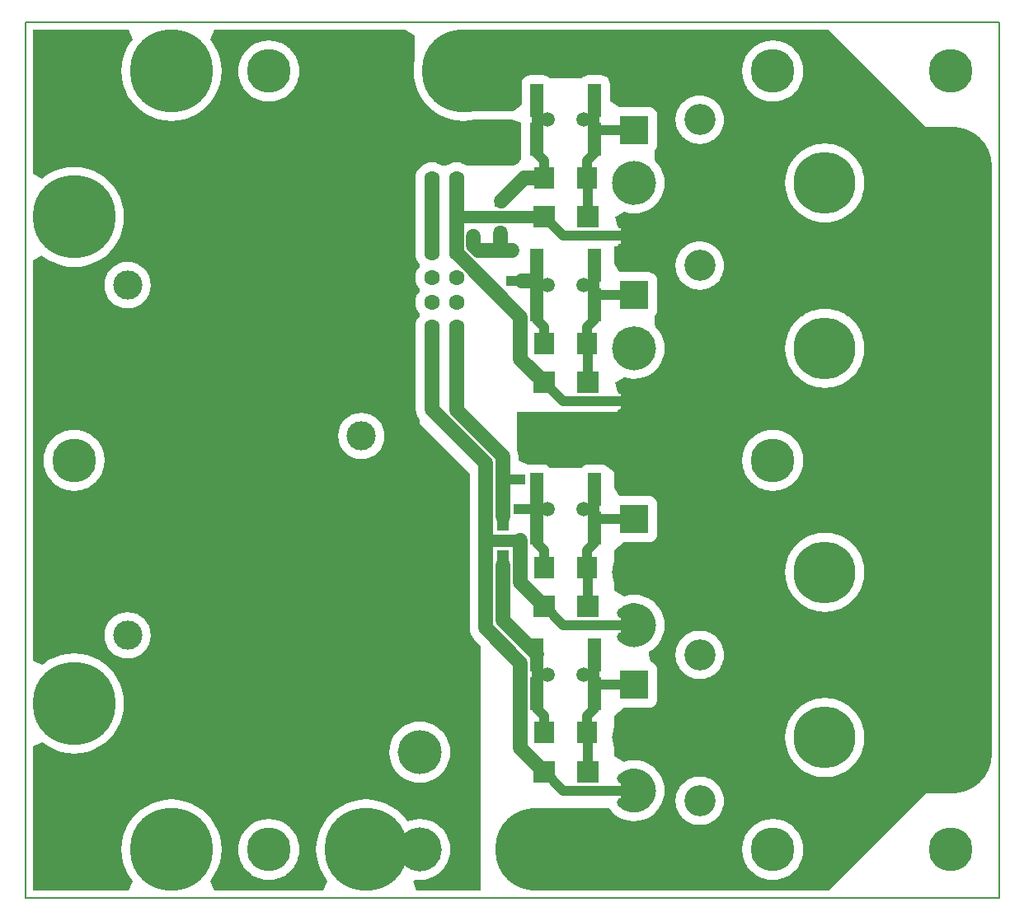
<source format=gtl>
G04 Layer_Physical_Order=1*
G04 Layer_Color=255*
%FSLAX25Y25*%
%MOIN*%
G70*
G01*
G75*
%ADD10C,0.03937*%
%ADD11R,0.05315X0.13386*%
%ADD12R,0.09055X0.09055*%
%ADD13R,0.08268X0.09055*%
%ADD14R,0.04724X0.04331*%
%ADD15C,0.04921*%
%ADD16C,0.05905*%
%ADD17C,0.00787*%
%ADD18R,0.11811X0.11811*%
%ADD19C,0.11811*%
%ADD20R,0.11811X0.11811*%
%ADD21C,0.06299*%
%ADD22R,0.06299X0.06299*%
%ADD23C,0.12598*%
%ADD24C,0.05905*%
%ADD25C,0.33465*%
%ADD26C,0.17716*%
%ADD27C,0.25000*%
%ADD28C,0.03937*%
G36*
X157480Y171836D02*
X157480Y161942D01*
X157118Y160120D01*
X156945Y157480D01*
X157118Y154841D01*
X157634Y152247D01*
X158484Y149742D01*
X159654Y147370D01*
X161123Y145171D01*
X162867Y143182D01*
X164856Y141438D01*
X167055Y139969D01*
X169427Y138799D01*
X171932Y137949D01*
X174526Y137433D01*
X177165Y137260D01*
X179805Y137433D01*
X181627Y137795D01*
X196745Y137795D01*
X200561Y136614D01*
Y123228D01*
X200473Y122030D01*
X199332Y120371D01*
X198043Y119518D01*
X197526Y119095D01*
X178354D01*
X177973Y119407D01*
X176827Y120020D01*
X175584Y120397D01*
X174291Y120524D01*
X172999Y120397D01*
X171756Y120020D01*
X170610Y119407D01*
X170229Y119095D01*
X168354D01*
X167973Y119407D01*
X166827Y120020D01*
X165584Y120397D01*
X164291Y120524D01*
X162999Y120397D01*
X161756Y120020D01*
X160610Y119407D01*
X159606Y118583D01*
X158782Y117579D01*
X158169Y116433D01*
X157792Y115190D01*
X157665Y113898D01*
X157792Y112605D01*
X157863Y112373D01*
Y105423D01*
X157792Y105190D01*
X157665Y103898D01*
X157792Y102605D01*
X157863Y102373D01*
Y95423D01*
X157792Y95190D01*
X157665Y93898D01*
X157792Y92605D01*
X157863Y92373D01*
Y85423D01*
X157792Y85190D01*
X157665Y83898D01*
X157792Y82605D01*
X158169Y81362D01*
X158782Y80216D01*
X159449Y79403D01*
Y78392D01*
X158782Y77579D01*
X158169Y76433D01*
X157792Y75190D01*
X157665Y73898D01*
X157792Y72605D01*
X158169Y71362D01*
X158782Y70216D01*
X159449Y69403D01*
Y68392D01*
X158782Y67579D01*
X158169Y66434D01*
X157792Y65190D01*
X157665Y63898D01*
X157792Y62605D01*
X158169Y61362D01*
X158782Y60216D01*
X159449Y59403D01*
Y58392D01*
X158782Y57579D01*
X158169Y56433D01*
X157792Y55190D01*
X157665Y53898D01*
X157792Y52605D01*
X157863Y52373D01*
Y45423D01*
X157792Y45190D01*
X157665Y43898D01*
X157792Y42605D01*
X157863Y42373D01*
Y35423D01*
X157792Y35190D01*
X157665Y33898D01*
X157792Y32605D01*
X157863Y32373D01*
Y25423D01*
X157792Y25190D01*
X157665Y23898D01*
X157792Y22605D01*
X157863Y22373D01*
Y20465D01*
X157986Y19211D01*
X158352Y18005D01*
X158946Y16894D01*
X159449Y16281D01*
Y14764D01*
X179579Y-5367D01*
Y-29528D01*
Y-67898D01*
X179703Y-69152D01*
X180069Y-70358D01*
X180663Y-71469D01*
X181462Y-72443D01*
X184055Y-75036D01*
Y-174213D01*
X158114D01*
X156596Y-170276D01*
X157318Y-169622D01*
X157518Y-169670D01*
X159285Y-169809D01*
X159449Y-169830D01*
X159613Y-169809D01*
X161379Y-169670D01*
X163262Y-169218D01*
X165052Y-168476D01*
X166703Y-167464D01*
X168050Y-166314D01*
X168182Y-166213D01*
X168282Y-166082D01*
X169433Y-164734D01*
X170445Y-163083D01*
X171186Y-161294D01*
X171638Y-159411D01*
X171777Y-157644D01*
X171799Y-157480D01*
X171777Y-157317D01*
X171638Y-155550D01*
X171186Y-153667D01*
X170445Y-151877D01*
X169433Y-150226D01*
X168282Y-148879D01*
X168182Y-148748D01*
X168050Y-148647D01*
X166703Y-147496D01*
X165052Y-146484D01*
X163262Y-145743D01*
X161379Y-145291D01*
X159613Y-145152D01*
X159449Y-145131D01*
X159285Y-145152D01*
X157518Y-145291D01*
X155635Y-145743D01*
X154526Y-146202D01*
X153837Y-145171D01*
X152093Y-143182D01*
X150105Y-141438D01*
X147906Y-139969D01*
X145533Y-138799D01*
X143029Y-137949D01*
X140435Y-137433D01*
X137795Y-137260D01*
X135156Y-137433D01*
X132562Y-137949D01*
X130057Y-138799D01*
X127685Y-139969D01*
X125486Y-141438D01*
X123497Y-143182D01*
X121753Y-145171D01*
X120284Y-147370D01*
X119114Y-149742D01*
X118264Y-152247D01*
X117748Y-154841D01*
X117575Y-157480D01*
X117748Y-160120D01*
X118264Y-162714D01*
X119114Y-165218D01*
X120284Y-167590D01*
X121753Y-169790D01*
X122179Y-170276D01*
X120396Y-174213D01*
X76455Y-174213D01*
X74671Y-170276D01*
X75097Y-169790D01*
X76566Y-167590D01*
X77736Y-165218D01*
X78587Y-162714D01*
X79103Y-160120D01*
X79276Y-157480D01*
X79103Y-154841D01*
X78587Y-152247D01*
X77736Y-149742D01*
X76566Y-147370D01*
X75097Y-145171D01*
X73353Y-143182D01*
X71364Y-141438D01*
X69165Y-139969D01*
X66793Y-138799D01*
X64289Y-137949D01*
X61694Y-137433D01*
X59055Y-137260D01*
X56416Y-137433D01*
X53822Y-137949D01*
X51317Y-138799D01*
X48945Y-139969D01*
X46746Y-141438D01*
X44757Y-143182D01*
X43013Y-145171D01*
X41544Y-147370D01*
X40374Y-149742D01*
X39524Y-152247D01*
X39008Y-154841D01*
X38835Y-157480D01*
X39008Y-160120D01*
X39524Y-162714D01*
X40374Y-165218D01*
X41544Y-167590D01*
X43013Y-169790D01*
X43439Y-170276D01*
X41655Y-174213D01*
X2953Y-174213D01*
Y-115825D01*
X6890Y-114041D01*
X7376Y-114467D01*
X9575Y-115937D01*
X11947Y-117106D01*
X14452Y-117957D01*
X17046Y-118473D01*
X19685Y-118646D01*
X22324Y-118473D01*
X24918Y-117957D01*
X27423Y-117106D01*
X29795Y-115937D01*
X31995Y-114467D01*
X33983Y-112723D01*
X35727Y-110735D01*
X37196Y-108535D01*
X38366Y-106163D01*
X39217Y-103659D01*
X39733Y-101065D01*
X39906Y-98425D01*
X39733Y-95786D01*
X39217Y-93192D01*
X38366Y-90687D01*
X37196Y-88315D01*
X35727Y-86116D01*
X33983Y-84127D01*
X31995Y-82383D01*
X29795Y-80914D01*
X27423Y-79744D01*
X24918Y-78894D01*
X22324Y-78378D01*
X19685Y-78205D01*
X17046Y-78378D01*
X14452Y-78894D01*
X11947Y-79744D01*
X9575Y-80914D01*
X7376Y-82383D01*
X6890Y-82809D01*
X2953Y-81025D01*
Y81025D01*
X6890Y82809D01*
X7376Y82383D01*
X9575Y80914D01*
X11947Y79744D01*
X14452Y78894D01*
X17046Y78378D01*
X19685Y78205D01*
X22324Y78378D01*
X24918Y78894D01*
X27423Y79744D01*
X29795Y80914D01*
X31995Y82383D01*
X33983Y84127D01*
X35727Y86116D01*
X37196Y88315D01*
X38366Y90687D01*
X39217Y93192D01*
X39733Y95786D01*
X39906Y98425D01*
X39733Y101065D01*
X39217Y103659D01*
X38366Y106163D01*
X37196Y108535D01*
X35727Y110735D01*
X33983Y112723D01*
X31995Y114467D01*
X29795Y115937D01*
X27423Y117106D01*
X24918Y117957D01*
X22324Y118473D01*
X19685Y118646D01*
X17046Y118473D01*
X14452Y117957D01*
X11947Y117106D01*
X9575Y115937D01*
X7376Y114467D01*
X6890Y114041D01*
X2953Y115825D01*
Y174213D01*
X41655D01*
X43439Y170276D01*
X43013Y169790D01*
X41544Y167591D01*
X40374Y165218D01*
X39524Y162714D01*
X39008Y160120D01*
X38835Y157480D01*
X39008Y154841D01*
X39524Y152247D01*
X40374Y149742D01*
X41544Y147370D01*
X43013Y145171D01*
X44757Y143182D01*
X46746Y141438D01*
X48945Y139969D01*
X51317Y138799D01*
X53822Y137949D01*
X56416Y137433D01*
X59055Y137260D01*
X61694Y137433D01*
X64289Y137949D01*
X66793Y138799D01*
X69165Y139969D01*
X71364Y141438D01*
X73353Y143182D01*
X75097Y145171D01*
X76566Y147370D01*
X77736Y149742D01*
X78587Y152247D01*
X79103Y154841D01*
X79276Y157480D01*
X79103Y160120D01*
X78587Y162714D01*
X77736Y165218D01*
X76566Y167591D01*
X75097Y169790D01*
X74671Y170276D01*
X76455Y174213D01*
X153543Y174213D01*
X157480Y171836D01*
D02*
G37*
G36*
X364173Y134843D02*
X374016D01*
Y134843D01*
X390748Y118110D01*
X390748Y-117409D01*
Y-118110D01*
X374016Y-134843D01*
X364173D01*
X324803Y-174213D01*
X206693Y-174213D01*
X189961Y-157480D01*
X206693Y-140748D01*
X235976Y-140748D01*
X236079Y-140915D01*
X237230Y-142263D01*
X237330Y-142394D01*
X237461Y-142495D01*
X238809Y-143646D01*
X240460Y-144658D01*
X242249Y-145399D01*
X244132Y-145851D01*
X245899Y-145990D01*
X246063Y-146011D01*
X246227Y-145990D01*
X247994Y-145851D01*
X249877Y-145399D01*
X251666Y-144658D01*
X253317Y-143646D01*
X254664Y-142495D01*
X254796Y-142394D01*
X254896Y-142263D01*
X256047Y-140915D01*
X257059Y-139264D01*
X257800Y-137475D01*
X258252Y-135592D01*
X258391Y-133825D01*
X258413Y-133661D01*
X258391Y-133498D01*
X258252Y-131731D01*
X257800Y-129848D01*
X257059Y-128059D01*
X256047Y-126408D01*
X254896Y-125060D01*
X254796Y-124929D01*
X254664Y-124828D01*
X253317Y-123677D01*
X251666Y-122665D01*
X249877Y-121924D01*
X247994Y-121472D01*
X246227Y-121333D01*
X246063Y-121312D01*
X245899Y-121333D01*
X244132Y-121472D01*
X242249Y-121924D01*
X242126Y-121975D01*
X238597Y-120019D01*
X238189Y-119440D01*
X238189Y-103647D01*
X238222Y-103534D01*
X238543Y-102969D01*
X242126Y-100128D01*
X251969D01*
X252868Y-100010D01*
X253706Y-99663D01*
X254425Y-99111D01*
X254978Y-98391D01*
X255325Y-97553D01*
X255443Y-96653D01*
Y-84842D01*
X255325Y-83943D01*
X254978Y-83105D01*
X254425Y-82386D01*
X253706Y-81833D01*
X252874Y-81489D01*
X252849Y-81426D01*
X252028Y-78860D01*
X252078Y-77476D01*
X253317Y-76717D01*
X254664Y-75566D01*
X254796Y-75465D01*
X254896Y-75334D01*
X256047Y-73986D01*
X257059Y-72335D01*
X257800Y-70546D01*
X258252Y-68663D01*
X258391Y-66896D01*
X258413Y-66732D01*
X258391Y-66569D01*
X258252Y-64802D01*
X257800Y-62919D01*
X257059Y-61129D01*
X256047Y-59478D01*
X254896Y-58131D01*
X254796Y-58000D01*
X254664Y-57899D01*
X253317Y-56748D01*
X251666Y-55736D01*
X249877Y-54995D01*
X247994Y-54543D01*
X246227Y-54404D01*
X246063Y-54382D01*
X245899Y-54404D01*
X244132Y-54543D01*
X242249Y-54995D01*
X242126Y-55046D01*
X238597Y-53089D01*
X238189Y-52511D01*
X238189Y-36718D01*
X238222Y-36605D01*
X238543Y-36040D01*
X242126Y-33199D01*
X251969D01*
X252868Y-33081D01*
X253706Y-32734D01*
X254425Y-32181D01*
X254978Y-31462D01*
X255325Y-30624D01*
X255443Y-29724D01*
Y-17913D01*
X255325Y-17014D01*
X254978Y-16176D01*
X254425Y-15457D01*
X253706Y-14904D01*
X252868Y-14557D01*
X251969Y-14439D01*
X240158D01*
X238222Y-11033D01*
X238189Y-10920D01*
Y-4810D01*
X238189Y-4810D01*
X235331Y-2661D01*
X234611Y-2109D01*
X233773Y-1762D01*
X232874Y-1643D01*
X227559D01*
X226660Y-1762D01*
X225822Y-2109D01*
X225102Y-2661D01*
X224878Y-2953D01*
X212129D01*
X211906Y-2661D01*
X211186Y-2109D01*
X210348Y-1762D01*
X209449Y-1643D01*
X204134D01*
X203235Y-1762D01*
X199342Y-64D01*
Y1609D01*
X199218Y2863D01*
X198853Y4069D01*
X198819Y4132D01*
Y19685D01*
X242126D01*
X242126Y27559D01*
X239469D01*
X238500Y31496D01*
X238597Y31633D01*
X242126Y33590D01*
X242249Y33538D01*
X244132Y33086D01*
X245899Y32947D01*
X246063Y32926D01*
X246227Y32947D01*
X247994Y33086D01*
X249877Y33538D01*
X251666Y34280D01*
X253317Y35291D01*
X254664Y36442D01*
X254796Y36543D01*
X254896Y36674D01*
X256047Y38022D01*
X257059Y39673D01*
X257800Y41462D01*
X258252Y43345D01*
X258391Y45112D01*
X258413Y45276D01*
X258391Y45439D01*
X258252Y47206D01*
X257800Y49089D01*
X257059Y50878D01*
X256047Y52530D01*
X254896Y53877D01*
X254796Y54008D01*
X254664Y54109D01*
X254478Y54831D01*
X254432Y57919D01*
X254858Y58933D01*
X254978Y59089D01*
X255325Y59927D01*
X255443Y60827D01*
Y72638D01*
X255325Y73537D01*
X254978Y74375D01*
X254425Y75095D01*
X253706Y75647D01*
X252868Y75994D01*
X251969Y76112D01*
X240158D01*
X238222Y79518D01*
X238189Y79631D01*
Y86614D01*
X242126D01*
Y94488D01*
X239469D01*
X238500Y98425D01*
X238597Y98562D01*
X242126Y100519D01*
X242249Y100468D01*
X244132Y100015D01*
X245899Y99876D01*
X246063Y99855D01*
X246227Y99876D01*
X247994Y100015D01*
X249877Y100468D01*
X251666Y101209D01*
X253317Y102220D01*
X254664Y103371D01*
X254796Y103472D01*
X254896Y103603D01*
X256047Y104951D01*
X257059Y106602D01*
X257800Y108391D01*
X258252Y110274D01*
X258391Y112041D01*
X258413Y112205D01*
X258391Y112369D01*
X258252Y114135D01*
X257800Y116018D01*
X257059Y117807D01*
X256047Y119459D01*
X254896Y120806D01*
X254796Y120937D01*
X254664Y121038D01*
X254478Y121760D01*
X254432Y124848D01*
X254858Y125862D01*
X254978Y126019D01*
X255325Y126857D01*
X255443Y127756D01*
Y139567D01*
X255325Y140466D01*
X254978Y141304D01*
X254425Y142024D01*
X253706Y142576D01*
X252868Y142923D01*
X251969Y143042D01*
X240158D01*
X237019Y145021D01*
X236574Y145437D01*
X236349Y145787D01*
Y152362D01*
X236230Y153261D01*
X235883Y154100D01*
X235331Y154819D01*
X234611Y155371D01*
X233773Y155718D01*
X232874Y155837D01*
X227559D01*
X226660Y155718D01*
X225822Y155371D01*
X225102Y154819D01*
X224878Y154528D01*
X212129D01*
X211906Y154819D01*
X211186Y155371D01*
X210348Y155718D01*
X209449Y155837D01*
X204134D01*
X203235Y155718D01*
X202396Y155371D01*
X201677Y154819D01*
X201125Y154100D01*
X200778Y153261D01*
X200659Y152362D01*
Y144062D01*
X199216Y142588D01*
X197866Y141631D01*
X196892Y141272D01*
X196722Y141270D01*
X181627Y141270D01*
X181289Y141225D01*
X180949Y141203D01*
X179350Y140885D01*
X177259Y140748D01*
X177165D01*
X160433Y157480D01*
X177165Y174213D01*
X324803Y174213D01*
X364173Y134843D01*
D02*
G37*
%LPC*%
G36*
X41339Y-61471D02*
X39506Y-61651D01*
X37743Y-62186D01*
X36119Y-63054D01*
X34695Y-64222D01*
X33526Y-65646D01*
X32658Y-67271D01*
X32124Y-69033D01*
X31943Y-70866D01*
X32124Y-72699D01*
X32658Y-74462D01*
X33526Y-76086D01*
X34695Y-77510D01*
X36119Y-78678D01*
X37743Y-79547D01*
X39506Y-80081D01*
X41339Y-80262D01*
X43172Y-80081D01*
X44934Y-79547D01*
X46558Y-78678D01*
X47982Y-77510D01*
X49151Y-76086D01*
X50019Y-74462D01*
X50554Y-72699D01*
X50734Y-70866D01*
X50554Y-69033D01*
X50019Y-67271D01*
X49151Y-65646D01*
X47982Y-64222D01*
X46558Y-63054D01*
X44934Y-62186D01*
X43172Y-61651D01*
X41339Y-61471D01*
D02*
G37*
G36*
X135827Y19238D02*
X133994Y19058D01*
X132231Y18523D01*
X130607Y17655D01*
X129183Y16486D01*
X128015Y15063D01*
X127146Y13438D01*
X126612Y11676D01*
X126431Y9843D01*
X126612Y8010D01*
X127146Y6247D01*
X128015Y4623D01*
X129183Y3199D01*
X130607Y2030D01*
X132231Y1162D01*
X133858Y668D01*
X133994Y627D01*
X135827Y447D01*
X137660Y627D01*
X139422Y1162D01*
X141047Y2030D01*
X142471Y3199D01*
X143639Y4623D01*
X144507Y6247D01*
X145042Y8010D01*
X145222Y9843D01*
X145042Y11676D01*
X144507Y13438D01*
X143639Y15063D01*
X142471Y16486D01*
X141047Y17655D01*
X139422Y18523D01*
X137660Y19058D01*
X135827Y19238D01*
D02*
G37*
G36*
X159449Y-105760D02*
X159285Y-105782D01*
X157518Y-105921D01*
X155635Y-106373D01*
X153846Y-107114D01*
X152195Y-108126D01*
X150847Y-109277D01*
X150716Y-109378D01*
X150616Y-109509D01*
X149465Y-110856D01*
X148453Y-112507D01*
X147712Y-114297D01*
X147260Y-116180D01*
X147120Y-117947D01*
X147099Y-118110D01*
X147120Y-118274D01*
X147260Y-120041D01*
X147712Y-121924D01*
X148453Y-123713D01*
X149465Y-125364D01*
X150616Y-126712D01*
X150716Y-126843D01*
X150847Y-126944D01*
X152195Y-128094D01*
X153846Y-129106D01*
X155635Y-129847D01*
X157518Y-130299D01*
X159285Y-130438D01*
X159449Y-130460D01*
X159613Y-130438D01*
X161379Y-130299D01*
X163262Y-129847D01*
X165052Y-129106D01*
X166703Y-128094D01*
X168050Y-126944D01*
X168182Y-126843D01*
X168282Y-126712D01*
X169433Y-125364D01*
X170445Y-123713D01*
X171186Y-121924D01*
X171638Y-120041D01*
X171777Y-118274D01*
X171799Y-118110D01*
X171777Y-117947D01*
X171638Y-116180D01*
X171186Y-114297D01*
X170445Y-112507D01*
X169433Y-110856D01*
X168282Y-109509D01*
X168182Y-109378D01*
X168050Y-109277D01*
X166703Y-108126D01*
X165052Y-107114D01*
X163262Y-106373D01*
X161379Y-105921D01*
X159613Y-105782D01*
X159449Y-105760D01*
D02*
G37*
G36*
X98425Y-145105D02*
X98256Y-145127D01*
X98085Y-145121D01*
X96348Y-145292D01*
X96016Y-145370D01*
X95680Y-145425D01*
X94710Y-145720D01*
X94612Y-145743D01*
X94556Y-145766D01*
X94010Y-145932D01*
X93700Y-146072D01*
X93381Y-146192D01*
X92878Y-146461D01*
X92822Y-146484D01*
X92737Y-146537D01*
X91842Y-147015D01*
X91565Y-147213D01*
X91276Y-147393D01*
X89927Y-148500D01*
X89694Y-148749D01*
X89445Y-148982D01*
X88338Y-150331D01*
X88158Y-150620D01*
X87960Y-150897D01*
X87482Y-151792D01*
X87429Y-151877D01*
X87406Y-151933D01*
X87137Y-152436D01*
X87017Y-152755D01*
X86877Y-153065D01*
X86711Y-153611D01*
X86688Y-153667D01*
X86664Y-153765D01*
X86370Y-154735D01*
X86315Y-155071D01*
X86237Y-155403D01*
X86066Y-157140D01*
X86077Y-157480D01*
X86066Y-157821D01*
X86237Y-159557D01*
X86315Y-159889D01*
X86370Y-160225D01*
X86664Y-161196D01*
X86688Y-161294D01*
X86711Y-161350D01*
X86877Y-161895D01*
X87017Y-162206D01*
X87137Y-162524D01*
X87406Y-163027D01*
X87429Y-163083D01*
X87482Y-163169D01*
X87960Y-164063D01*
X88158Y-164340D01*
X88338Y-164630D01*
X89445Y-165979D01*
X89694Y-166212D01*
X89927Y-166460D01*
X91276Y-167567D01*
X91565Y-167747D01*
X91842Y-167946D01*
X92737Y-168424D01*
X92822Y-168476D01*
X92878Y-168500D01*
X93381Y-168768D01*
X93700Y-168888D01*
X94010Y-169029D01*
X94556Y-169194D01*
X94612Y-169218D01*
X94710Y-169241D01*
X95680Y-169535D01*
X96016Y-169591D01*
X96348Y-169668D01*
X98085Y-169839D01*
X98256Y-169834D01*
X98425Y-169856D01*
X98595Y-169834D01*
X98766Y-169839D01*
X100502Y-169668D01*
X100834Y-169591D01*
X101170Y-169535D01*
X102141Y-169241D01*
X102239Y-169218D01*
X102295Y-169194D01*
X102840Y-169029D01*
X103150Y-168888D01*
X103469Y-168768D01*
X103972Y-168500D01*
X104028Y-168476D01*
X104114Y-168424D01*
X105008Y-167946D01*
X105285Y-167747D01*
X105575Y-167567D01*
X106923Y-166460D01*
X107156Y-166212D01*
X107405Y-165979D01*
X108512Y-164630D01*
X108692Y-164340D01*
X108890Y-164063D01*
X109369Y-163169D01*
X109421Y-163083D01*
X109444Y-163027D01*
X109713Y-162524D01*
X109833Y-162206D01*
X109974Y-161895D01*
X110139Y-161350D01*
X110162Y-161294D01*
X110186Y-161196D01*
X110480Y-160225D01*
X110536Y-159889D01*
X110613Y-159557D01*
X110784Y-157821D01*
X110773Y-157480D01*
X110784Y-157140D01*
X110613Y-155403D01*
X110536Y-155071D01*
X110480Y-154735D01*
X110186Y-153765D01*
X110162Y-153667D01*
X110139Y-153611D01*
X109974Y-153065D01*
X109833Y-152755D01*
X109713Y-152436D01*
X109444Y-151933D01*
X109421Y-151877D01*
X109369Y-151792D01*
X108890Y-150897D01*
X108692Y-150620D01*
X108512Y-150331D01*
X107405Y-148982D01*
X107156Y-148749D01*
X106923Y-148500D01*
X105575Y-147393D01*
X105285Y-147213D01*
X105008Y-147015D01*
X104114Y-146537D01*
X104028Y-146484D01*
X103972Y-146461D01*
X103469Y-146192D01*
X103150Y-146072D01*
X102840Y-145932D01*
X102295Y-145766D01*
X102239Y-145743D01*
X102141Y-145720D01*
X101170Y-145425D01*
X100834Y-145370D01*
X100502Y-145292D01*
X98766Y-145121D01*
X98595Y-145127D01*
X98425Y-145105D01*
D02*
G37*
G36*
X98425Y169856D02*
X98256Y169834D01*
X98085Y169839D01*
X96348Y169668D01*
X96016Y169591D01*
X95680Y169535D01*
X94710Y169241D01*
X94612Y169218D01*
X94556Y169194D01*
X94010Y169029D01*
X93700Y168888D01*
X93381Y168768D01*
X92878Y168500D01*
X92822Y168476D01*
X92737Y168424D01*
X91842Y167946D01*
X91565Y167747D01*
X91276Y167567D01*
X89927Y166460D01*
X89694Y166212D01*
X89445Y165979D01*
X88338Y164630D01*
X88158Y164340D01*
X87960Y164063D01*
X87482Y163169D01*
X87429Y163083D01*
X87406Y163027D01*
X87137Y162524D01*
X87017Y162206D01*
X86877Y161895D01*
X86711Y161350D01*
X86688Y161294D01*
X86664Y161196D01*
X86370Y160225D01*
X86315Y159889D01*
X86237Y159557D01*
X86066Y157821D01*
X86077Y157480D01*
X86066Y157140D01*
X86237Y155403D01*
X86315Y155071D01*
X86370Y154735D01*
X86664Y153765D01*
X86688Y153667D01*
X86711Y153611D01*
X86877Y153065D01*
X87017Y152755D01*
X87137Y152436D01*
X87406Y151934D01*
X87429Y151877D01*
X87482Y151792D01*
X87960Y150897D01*
X88158Y150620D01*
X88338Y150331D01*
X89445Y148982D01*
X89694Y148749D01*
X89927Y148500D01*
X91276Y147393D01*
X91565Y147213D01*
X91842Y147015D01*
X92737Y146537D01*
X92822Y146484D01*
X92878Y146461D01*
X93381Y146192D01*
X93700Y146072D01*
X94010Y145932D01*
X94556Y145766D01*
X94612Y145743D01*
X94710Y145720D01*
X95680Y145425D01*
X96016Y145370D01*
X96348Y145292D01*
X98085Y145121D01*
X98256Y145127D01*
X98425Y145105D01*
X98595Y145127D01*
X98766Y145121D01*
X100502Y145292D01*
X100834Y145370D01*
X101170Y145425D01*
X102141Y145720D01*
X102239Y145743D01*
X102295Y145766D01*
X102840Y145932D01*
X103150Y146072D01*
X103469Y146192D01*
X103972Y146461D01*
X104028Y146484D01*
X104114Y146537D01*
X105008Y147015D01*
X105285Y147213D01*
X105575Y147393D01*
X106923Y148500D01*
X107156Y148749D01*
X107405Y148982D01*
X108512Y150331D01*
X108692Y150620D01*
X108891Y150897D01*
X109369Y151792D01*
X109421Y151877D01*
X109444Y151934D01*
X109713Y152436D01*
X109833Y152755D01*
X109974Y153065D01*
X110139Y153611D01*
X110162Y153667D01*
X110186Y153765D01*
X110480Y154735D01*
X110536Y155071D01*
X110613Y155403D01*
X110784Y157140D01*
X110773Y157480D01*
X110784Y157821D01*
X110613Y159557D01*
X110536Y159889D01*
X110480Y160225D01*
X110186Y161196D01*
X110162Y161294D01*
X110139Y161350D01*
X109974Y161895D01*
X109833Y162206D01*
X109713Y162524D01*
X109444Y163027D01*
X109421Y163083D01*
X109369Y163169D01*
X108890Y164063D01*
X108692Y164340D01*
X108512Y164630D01*
X107405Y165979D01*
X107156Y166212D01*
X106923Y166460D01*
X105575Y167567D01*
X105285Y167747D01*
X105008Y167946D01*
X104114Y168424D01*
X104028Y168476D01*
X103972Y168500D01*
X103469Y168768D01*
X103150Y168888D01*
X102840Y169029D01*
X102295Y169194D01*
X102239Y169218D01*
X102141Y169241D01*
X101170Y169535D01*
X100834Y169591D01*
X100502Y169668D01*
X98766Y169839D01*
X98595Y169834D01*
X98425Y169856D01*
D02*
G37*
G36*
X19685Y12376D02*
X19515Y12353D01*
X19344Y12359D01*
X17608Y12188D01*
X17276Y12111D01*
X16940Y12055D01*
X15969Y11761D01*
X15871Y11737D01*
X15815Y11714D01*
X15270Y11549D01*
X14960Y11408D01*
X14641Y11288D01*
X14138Y11019D01*
X14082Y10996D01*
X13996Y10943D01*
X13102Y10465D01*
X12825Y10267D01*
X12536Y10087D01*
X11187Y8980D01*
X10954Y8731D01*
X10705Y8498D01*
X9598Y7149D01*
X9418Y6860D01*
X9220Y6583D01*
X8742Y5689D01*
X8689Y5603D01*
X8666Y5547D01*
X8397Y5044D01*
X8277Y4725D01*
X8136Y4415D01*
X7971Y3870D01*
X7948Y3814D01*
X7924Y3716D01*
X7630Y2745D01*
X7574Y2409D01*
X7497Y2077D01*
X7326Y341D01*
X7337Y0D01*
X7326Y-341D01*
X7497Y-2077D01*
X7574Y-2409D01*
X7630Y-2745D01*
X7924Y-3716D01*
X7948Y-3814D01*
X7971Y-3870D01*
X8136Y-4415D01*
X8277Y-4725D01*
X8397Y-5044D01*
X8666Y-5547D01*
X8689Y-5603D01*
X8742Y-5689D01*
X9220Y-6583D01*
X9418Y-6860D01*
X9598Y-7149D01*
X10705Y-8498D01*
X10954Y-8731D01*
X11187Y-8980D01*
X12536Y-10087D01*
X12825Y-10267D01*
X13102Y-10465D01*
X13996Y-10943D01*
X14082Y-10996D01*
X14138Y-11019D01*
X14641Y-11288D01*
X14960Y-11408D01*
X15270Y-11549D01*
X15815Y-11714D01*
X15871Y-11737D01*
X15969Y-11761D01*
X16940Y-12055D01*
X17276Y-12111D01*
X17608Y-12188D01*
X19344Y-12359D01*
X19515Y-12353D01*
X19685Y-12376D01*
X19855Y-12353D01*
X20026Y-12359D01*
X21762Y-12188D01*
X22094Y-12111D01*
X22430Y-12055D01*
X23401Y-11761D01*
X23499Y-11737D01*
X23555Y-11714D01*
X24100Y-11549D01*
X24410Y-11408D01*
X24729Y-11288D01*
X25232Y-11019D01*
X25288Y-10996D01*
X25374Y-10943D01*
X26268Y-10465D01*
X26545Y-10267D01*
X26834Y-10087D01*
X28183Y-8980D01*
X28416Y-8731D01*
X28665Y-8498D01*
X29772Y-7149D01*
X29952Y-6860D01*
X30150Y-6583D01*
X30628Y-5689D01*
X30681Y-5603D01*
X30704Y-5547D01*
X30973Y-5044D01*
X31093Y-4725D01*
X31234Y-4415D01*
X31399Y-3870D01*
X31422Y-3814D01*
X31446Y-3716D01*
X31740Y-2745D01*
X31796Y-2409D01*
X31873Y-2077D01*
X32044Y-341D01*
X32033Y0D01*
X32044Y341D01*
X31873Y2077D01*
X31796Y2409D01*
X31740Y2745D01*
X31446Y3716D01*
X31422Y3814D01*
X31399Y3870D01*
X31234Y4415D01*
X31093Y4725D01*
X30973Y5044D01*
X30704Y5547D01*
X30681Y5603D01*
X30628Y5689D01*
X30150Y6583D01*
X29952Y6860D01*
X29772Y7149D01*
X28665Y8498D01*
X28416Y8731D01*
X28183Y8980D01*
X26834Y10087D01*
X26545Y10267D01*
X26268Y10465D01*
X25374Y10943D01*
X25288Y10996D01*
X25232Y11019D01*
X24729Y11288D01*
X24410Y11408D01*
X24100Y11549D01*
X23555Y11714D01*
X23499Y11737D01*
X23401Y11761D01*
X22430Y12055D01*
X22094Y12111D01*
X21762Y12188D01*
X20026Y12359D01*
X19855Y12353D01*
X19685Y12376D01*
D02*
G37*
G36*
X41339Y80262D02*
X39506Y80081D01*
X37743Y79547D01*
X36119Y78678D01*
X34695Y77510D01*
X33526Y76086D01*
X32658Y74462D01*
X32124Y72699D01*
X31943Y70866D01*
X32124Y69033D01*
X32658Y67271D01*
X33526Y65646D01*
X34695Y64222D01*
X36119Y63054D01*
X37743Y62186D01*
X39506Y61651D01*
X41339Y61471D01*
X43172Y61651D01*
X44934Y62186D01*
X46558Y63054D01*
X47982Y64222D01*
X49151Y65646D01*
X50019Y67271D01*
X50554Y69033D01*
X50734Y70866D01*
X50554Y72699D01*
X50019Y74462D01*
X49151Y76086D01*
X47982Y77510D01*
X46558Y78678D01*
X44934Y79547D01*
X43172Y80081D01*
X41339Y80262D01*
D02*
G37*
G36*
X272638Y-68949D02*
X272525Y-68960D01*
X272297Y-68953D01*
X271062Y-69074D01*
X270841Y-69126D01*
X270728Y-69137D01*
X270619Y-69170D01*
X270394Y-69207D01*
X269207Y-69567D01*
X269000Y-69661D01*
X268891Y-69694D01*
X268791Y-69748D01*
X268578Y-69828D01*
X267483Y-70413D01*
X267298Y-70546D01*
X267198Y-70599D01*
X267110Y-70671D01*
X266917Y-70791D01*
X265958Y-71579D01*
X265802Y-71745D01*
X265714Y-71817D01*
X265642Y-71904D01*
X265476Y-72060D01*
X264689Y-73019D01*
X264569Y-73213D01*
X264497Y-73300D01*
X264443Y-73400D01*
X264311Y-73586D01*
X263726Y-74680D01*
X263645Y-74893D01*
X263592Y-74993D01*
X263559Y-75102D01*
X263465Y-75309D01*
X263105Y-76497D01*
X263068Y-76721D01*
X263035Y-76830D01*
X263024Y-76943D01*
X262972Y-77165D01*
X262850Y-78400D01*
X262856Y-78571D01*
X262833Y-78740D01*
X262856Y-78910D01*
X262850Y-79081D01*
X262972Y-80316D01*
X263024Y-80537D01*
X263035Y-80650D01*
X263068Y-80759D01*
X263105Y-80984D01*
X263465Y-82171D01*
X263559Y-82379D01*
X263592Y-82487D01*
X263645Y-82587D01*
X263726Y-82800D01*
X264311Y-83895D01*
X264443Y-84080D01*
X264497Y-84180D01*
X264569Y-84268D01*
X264689Y-84461D01*
X265476Y-85420D01*
X265642Y-85576D01*
X265714Y-85664D01*
X265802Y-85736D01*
X265958Y-85902D01*
X266917Y-86689D01*
X267110Y-86809D01*
X267198Y-86881D01*
X267298Y-86935D01*
X267483Y-87067D01*
X268578Y-87652D01*
X268791Y-87733D01*
X268891Y-87786D01*
X269000Y-87819D01*
X269207Y-87913D01*
X270394Y-88273D01*
X270619Y-88310D01*
X270728Y-88343D01*
X270841Y-88354D01*
X271062Y-88406D01*
X272297Y-88528D01*
X272525Y-88520D01*
X272638Y-88531D01*
X272751Y-88520D01*
X272978Y-88528D01*
X274213Y-88406D01*
X274435Y-88354D01*
X274548Y-88343D01*
X274657Y-88310D01*
X274881Y-88273D01*
X276069Y-87913D01*
X276276Y-87819D01*
X276385Y-87786D01*
X276485Y-87733D01*
X276698Y-87652D01*
X277792Y-87067D01*
X277977Y-86935D01*
X278078Y-86881D01*
X278165Y-86809D01*
X278359Y-86689D01*
X279318Y-85902D01*
X279473Y-85736D01*
X279561Y-85664D01*
X279633Y-85576D01*
X279800Y-85420D01*
X280587Y-84461D01*
X280707Y-84268D01*
X280779Y-84180D01*
X280832Y-84080D01*
X280965Y-83895D01*
X281550Y-82800D01*
X281630Y-82587D01*
X281684Y-82487D01*
X281717Y-82379D01*
X281811Y-82171D01*
X282171Y-80984D01*
X282208Y-80759D01*
X282241Y-80650D01*
X282252Y-80537D01*
X282304Y-80316D01*
X282425Y-79081D01*
X282420Y-78910D01*
X282442Y-78740D01*
X282420Y-78571D01*
X282425Y-78400D01*
X282304Y-77165D01*
X282252Y-76943D01*
X282241Y-76830D01*
X282208Y-76721D01*
X282171Y-76497D01*
X281811Y-75309D01*
X281717Y-75102D01*
X281684Y-74993D01*
X281630Y-74893D01*
X281550Y-74680D01*
X280965Y-73586D01*
X280832Y-73400D01*
X280779Y-73300D01*
X280707Y-73213D01*
X280587Y-73019D01*
X279800Y-72060D01*
X279633Y-71904D01*
X279561Y-71817D01*
X279473Y-71745D01*
X279318Y-71579D01*
X278359Y-70791D01*
X278165Y-70671D01*
X278078Y-70599D01*
X277977Y-70546D01*
X277792Y-70413D01*
X276698Y-69828D01*
X276485Y-69748D01*
X276385Y-69694D01*
X276276Y-69661D01*
X276069Y-69567D01*
X274881Y-69207D01*
X274657Y-69170D01*
X274548Y-69137D01*
X274435Y-69126D01*
X274213Y-69074D01*
X272978Y-68953D01*
X272751Y-68960D01*
X272638Y-68949D01*
D02*
G37*
G36*
X323228Y-29262D02*
X323093Y-29280D01*
X322956Y-29273D01*
X320994Y-29427D01*
X320771Y-29475D01*
X320726Y-29478D01*
X320682Y-29489D01*
X320456Y-29513D01*
X318543Y-29972D01*
X318330Y-30054D01*
X318286Y-30064D01*
X318244Y-30081D01*
X318024Y-30141D01*
X316206Y-30893D01*
X316009Y-31007D01*
X315967Y-31025D01*
X315929Y-31048D01*
X315720Y-31141D01*
X314043Y-32169D01*
X313866Y-32312D01*
X313827Y-32336D01*
X313793Y-32365D01*
X313602Y-32489D01*
X312106Y-33767D01*
X311953Y-33937D01*
X311919Y-33966D01*
X311889Y-34000D01*
X311720Y-34153D01*
X310442Y-35649D01*
X310318Y-35840D01*
X310289Y-35874D01*
X310265Y-35913D01*
X310122Y-36090D01*
X309094Y-37768D01*
X309001Y-37976D01*
X308977Y-38014D01*
X308960Y-38056D01*
X308846Y-38254D01*
X308093Y-40071D01*
X308034Y-40291D01*
X308017Y-40333D01*
X308006Y-40377D01*
X307925Y-40590D01*
X307466Y-42503D01*
X307442Y-42729D01*
X307431Y-42774D01*
X307428Y-42819D01*
X307380Y-43042D01*
X307226Y-45003D01*
X307238Y-45230D01*
X307234Y-45276D01*
X307238Y-45321D01*
X307226Y-45548D01*
X307380Y-47510D01*
X307428Y-47732D01*
X307431Y-47778D01*
X307442Y-47822D01*
X307466Y-48048D01*
X307925Y-49961D01*
X308006Y-50174D01*
X308017Y-50218D01*
X308034Y-50260D01*
X308093Y-50480D01*
X308846Y-52298D01*
X308960Y-52495D01*
X308977Y-52537D01*
X309001Y-52575D01*
X309094Y-52784D01*
X310122Y-54461D01*
X310265Y-54638D01*
X310289Y-54677D01*
X310318Y-54711D01*
X310442Y-54902D01*
X311720Y-56398D01*
X311889Y-56551D01*
X311919Y-56585D01*
X311953Y-56615D01*
X312106Y-56784D01*
X313602Y-58062D01*
X313793Y-58186D01*
X313827Y-58215D01*
X313866Y-58239D01*
X314043Y-58382D01*
X315720Y-59410D01*
X315929Y-59503D01*
X315967Y-59526D01*
X316009Y-59544D01*
X316206Y-59658D01*
X318024Y-60411D01*
X318244Y-60470D01*
X318286Y-60487D01*
X318330Y-60497D01*
X318543Y-60579D01*
X320456Y-61039D01*
X320682Y-61062D01*
X320726Y-61073D01*
X320771Y-61076D01*
X320994Y-61124D01*
X322956Y-61278D01*
X323093Y-61271D01*
X323228Y-61289D01*
X323364Y-61271D01*
X323501Y-61278D01*
X325462Y-61124D01*
X325685Y-61076D01*
X325730Y-61073D01*
X325774Y-61062D01*
X326001Y-61039D01*
X327914Y-60579D01*
X328127Y-60497D01*
X328171Y-60487D01*
X328213Y-60470D01*
X328433Y-60411D01*
X330250Y-59658D01*
X330448Y-59544D01*
X330490Y-59526D01*
X330528Y-59503D01*
X330736Y-59410D01*
X332414Y-58382D01*
X332591Y-58239D01*
X332629Y-58215D01*
X332664Y-58186D01*
X332855Y-58062D01*
X334351Y-56784D01*
X334504Y-56615D01*
X334538Y-56585D01*
X334567Y-56551D01*
X334737Y-56398D01*
X336014Y-54902D01*
X336139Y-54711D01*
X336168Y-54677D01*
X336192Y-54638D01*
X336335Y-54461D01*
X337363Y-52784D01*
X337456Y-52575D01*
X337479Y-52537D01*
X337497Y-52495D01*
X337611Y-52298D01*
X338363Y-50480D01*
X338422Y-50260D01*
X338440Y-50218D01*
X338450Y-50174D01*
X338532Y-49961D01*
X338991Y-48048D01*
X339015Y-47822D01*
X339026Y-47778D01*
X339029Y-47732D01*
X339076Y-47510D01*
X339231Y-45548D01*
X339219Y-45321D01*
X339223Y-45276D01*
X339219Y-45230D01*
X339231Y-45003D01*
X339076Y-43042D01*
X339029Y-42819D01*
X339026Y-42774D01*
X339015Y-42729D01*
X338991Y-42503D01*
X338532Y-40590D01*
X338450Y-40377D01*
X338440Y-40333D01*
X338422Y-40291D01*
X338363Y-40071D01*
X337611Y-38254D01*
X337497Y-38056D01*
X337479Y-38014D01*
X337456Y-37976D01*
X337363Y-37768D01*
X336335Y-36090D01*
X336192Y-35913D01*
X336168Y-35874D01*
X336139Y-35840D01*
X336014Y-35649D01*
X334737Y-34153D01*
X334567Y-34000D01*
X334538Y-33966D01*
X334504Y-33937D01*
X334351Y-33767D01*
X332855Y-32489D01*
X332664Y-32365D01*
X332629Y-32336D01*
X332591Y-32312D01*
X332414Y-32169D01*
X330736Y-31141D01*
X330528Y-31048D01*
X330490Y-31025D01*
X330448Y-31007D01*
X330250Y-30893D01*
X328433Y-30141D01*
X328213Y-30081D01*
X328171Y-30064D01*
X328127Y-30054D01*
X327914Y-29972D01*
X326001Y-29513D01*
X325774Y-29489D01*
X325730Y-29478D01*
X325685Y-29475D01*
X325462Y-29427D01*
X323501Y-29273D01*
X323364Y-29280D01*
X323228Y-29262D01*
D02*
G37*
G36*
Y-96192D02*
X323093Y-96209D01*
X322956Y-96202D01*
X320994Y-96356D01*
X320771Y-96404D01*
X320726Y-96407D01*
X320682Y-96418D01*
X320456Y-96442D01*
X318543Y-96901D01*
X318330Y-96983D01*
X318286Y-96993D01*
X318244Y-97011D01*
X318024Y-97070D01*
X316206Y-97823D01*
X316009Y-97936D01*
X315967Y-97954D01*
X315929Y-97977D01*
X315720Y-98070D01*
X314043Y-99098D01*
X313866Y-99242D01*
X313827Y-99265D01*
X313793Y-99295D01*
X313602Y-99419D01*
X312106Y-100697D01*
X311953Y-100866D01*
X311919Y-100895D01*
X311889Y-100930D01*
X311720Y-101082D01*
X310442Y-102578D01*
X310318Y-102769D01*
X310289Y-102804D01*
X310265Y-102842D01*
X310122Y-103019D01*
X309094Y-104697D01*
X309001Y-104905D01*
X308977Y-104944D01*
X308960Y-104985D01*
X308846Y-105183D01*
X308093Y-107000D01*
X308034Y-107220D01*
X308017Y-107262D01*
X308006Y-107306D01*
X307925Y-107519D01*
X307466Y-109432D01*
X307442Y-109659D01*
X307431Y-109703D01*
X307428Y-109748D01*
X307380Y-109971D01*
X307226Y-111932D01*
X307238Y-112160D01*
X307234Y-112205D01*
X307238Y-112250D01*
X307226Y-112477D01*
X307380Y-114439D01*
X307428Y-114662D01*
X307431Y-114707D01*
X307442Y-114751D01*
X307466Y-114977D01*
X307925Y-116891D01*
X308006Y-117103D01*
X308017Y-117147D01*
X308034Y-117189D01*
X308093Y-117409D01*
X308846Y-119227D01*
X308960Y-119424D01*
X308977Y-119466D01*
X309001Y-119504D01*
X309094Y-119713D01*
X310122Y-121390D01*
X310265Y-121567D01*
X310289Y-121606D01*
X310318Y-121640D01*
X310442Y-121831D01*
X311720Y-123328D01*
X311889Y-123480D01*
X311919Y-123514D01*
X311953Y-123544D01*
X312106Y-123713D01*
X313602Y-124991D01*
X313793Y-125115D01*
X313827Y-125144D01*
X313866Y-125168D01*
X314043Y-125311D01*
X315720Y-126339D01*
X315929Y-126432D01*
X315967Y-126456D01*
X316009Y-126473D01*
X316206Y-126587D01*
X318024Y-127340D01*
X318244Y-127399D01*
X318286Y-127416D01*
X318330Y-127427D01*
X318543Y-127508D01*
X320456Y-127968D01*
X320682Y-127991D01*
X320726Y-128002D01*
X320771Y-128006D01*
X320994Y-128053D01*
X322956Y-128207D01*
X323093Y-128200D01*
X323228Y-128218D01*
X323364Y-128200D01*
X323501Y-128207D01*
X325462Y-128053D01*
X325685Y-128006D01*
X325730Y-128002D01*
X325774Y-127991D01*
X326001Y-127968D01*
X327914Y-127508D01*
X328127Y-127427D01*
X328171Y-127416D01*
X328213Y-127399D01*
X328433Y-127340D01*
X330250Y-126587D01*
X330448Y-126473D01*
X330490Y-126456D01*
X330528Y-126432D01*
X330736Y-126339D01*
X332414Y-125311D01*
X332591Y-125168D01*
X332629Y-125144D01*
X332664Y-125115D01*
X332855Y-124991D01*
X334351Y-123713D01*
X334504Y-123544D01*
X334538Y-123514D01*
X334567Y-123480D01*
X334737Y-123328D01*
X336014Y-121831D01*
X336139Y-121640D01*
X336168Y-121606D01*
X336192Y-121567D01*
X336335Y-121390D01*
X337363Y-119713D01*
X337456Y-119504D01*
X337479Y-119466D01*
X337497Y-119424D01*
X337611Y-119227D01*
X338363Y-117409D01*
X338422Y-117189D01*
X338440Y-117147D01*
X338450Y-117103D01*
X338532Y-116891D01*
X338991Y-114977D01*
X339015Y-114751D01*
X339026Y-114707D01*
X339029Y-114662D01*
X339076Y-114439D01*
X339231Y-112477D01*
X339219Y-112250D01*
X339223Y-112205D01*
X339219Y-112160D01*
X339231Y-111932D01*
X339076Y-109971D01*
X339029Y-109748D01*
X339026Y-109703D01*
X339015Y-109659D01*
X338991Y-109432D01*
X338532Y-107519D01*
X338450Y-107306D01*
X338440Y-107262D01*
X338422Y-107220D01*
X338363Y-107000D01*
X337611Y-105183D01*
X337497Y-104985D01*
X337479Y-104944D01*
X337456Y-104905D01*
X337363Y-104697D01*
X336335Y-103019D01*
X336192Y-102842D01*
X336168Y-102804D01*
X336139Y-102769D01*
X336014Y-102578D01*
X334737Y-101082D01*
X334567Y-100930D01*
X334538Y-100895D01*
X334504Y-100866D01*
X334351Y-100697D01*
X332855Y-99419D01*
X332664Y-99295D01*
X332629Y-99265D01*
X332591Y-99242D01*
X332414Y-99098D01*
X330736Y-98070D01*
X330528Y-97978D01*
X330490Y-97954D01*
X330448Y-97936D01*
X330250Y-97823D01*
X328433Y-97070D01*
X328213Y-97011D01*
X328171Y-96993D01*
X328127Y-96983D01*
X327914Y-96901D01*
X326001Y-96442D01*
X325774Y-96418D01*
X325730Y-96407D01*
X325685Y-96404D01*
X325462Y-96356D01*
X323501Y-96202D01*
X323364Y-96209D01*
X323228Y-96192D01*
D02*
G37*
G36*
X302165Y-145105D02*
X301996Y-145127D01*
X301825Y-145121D01*
X300088Y-145292D01*
X299756Y-145370D01*
X299420Y-145425D01*
X298450Y-145720D01*
X298352Y-145743D01*
X298296Y-145766D01*
X297750Y-145932D01*
X297440Y-146072D01*
X297121Y-146192D01*
X296619Y-146461D01*
X296563Y-146484D01*
X296477Y-146537D01*
X295582Y-147015D01*
X295305Y-147213D01*
X295016Y-147393D01*
X293667Y-148500D01*
X293434Y-148749D01*
X293185Y-148982D01*
X292078Y-150331D01*
X291898Y-150620D01*
X291700Y-150897D01*
X291222Y-151792D01*
X291169Y-151877D01*
X291146Y-151933D01*
X290877Y-152436D01*
X290757Y-152755D01*
X290617Y-153065D01*
X290451Y-153611D01*
X290428Y-153667D01*
X290405Y-153765D01*
X290110Y-154735D01*
X290055Y-155071D01*
X289977Y-155403D01*
X289806Y-157140D01*
X289818Y-157480D01*
X289806Y-157821D01*
X289977Y-159557D01*
X290055Y-159889D01*
X290110Y-160225D01*
X290405Y-161196D01*
X290428Y-161294D01*
X290451Y-161350D01*
X290617Y-161895D01*
X290757Y-162206D01*
X290877Y-162524D01*
X291146Y-163027D01*
X291169Y-163083D01*
X291222Y-163169D01*
X291700Y-164063D01*
X291898Y-164340D01*
X292078Y-164630D01*
X293185Y-165979D01*
X293434Y-166212D01*
X293667Y-166460D01*
X295016Y-167567D01*
X295305Y-167747D01*
X295582Y-167946D01*
X296477Y-168424D01*
X296563Y-168476D01*
X296619Y-168500D01*
X297121Y-168768D01*
X297440Y-168888D01*
X297750Y-169029D01*
X298296Y-169194D01*
X298352Y-169218D01*
X298450Y-169241D01*
X299420Y-169535D01*
X299756Y-169591D01*
X300088Y-169668D01*
X301825Y-169839D01*
X301996Y-169834D01*
X302165Y-169856D01*
X302335Y-169834D01*
X302506Y-169839D01*
X304242Y-169668D01*
X304574Y-169591D01*
X304910Y-169535D01*
X305881Y-169241D01*
X305979Y-169218D01*
X306035Y-169194D01*
X306580Y-169029D01*
X306891Y-168888D01*
X307210Y-168768D01*
X307712Y-168500D01*
X307768Y-168476D01*
X307854Y-168424D01*
X308749Y-167946D01*
X309026Y-167747D01*
X309315Y-167567D01*
X310664Y-166460D01*
X310897Y-166212D01*
X311145Y-165979D01*
X312252Y-164630D01*
X312432Y-164340D01*
X312631Y-164063D01*
X313109Y-163169D01*
X313161Y-163083D01*
X313185Y-163027D01*
X313453Y-162524D01*
X313573Y-162206D01*
X313714Y-161895D01*
X313879Y-161350D01*
X313902Y-161294D01*
X313926Y-161196D01*
X314220Y-160225D01*
X314276Y-159889D01*
X314353Y-159557D01*
X314524Y-157821D01*
X314513Y-157480D01*
X314524Y-157140D01*
X314353Y-155403D01*
X314276Y-155071D01*
X314220Y-154735D01*
X313926Y-153765D01*
X313902Y-153667D01*
X313879Y-153611D01*
X313714Y-153065D01*
X313573Y-152755D01*
X313453Y-152436D01*
X313185Y-151933D01*
X313161Y-151877D01*
X313109Y-151792D01*
X312631Y-150897D01*
X312432Y-150620D01*
X312252Y-150331D01*
X311145Y-148982D01*
X310897Y-148749D01*
X310664Y-148500D01*
X309315Y-147393D01*
X309026Y-147213D01*
X308749Y-147015D01*
X307854Y-146537D01*
X307768Y-146484D01*
X307712Y-146461D01*
X307210Y-146192D01*
X306891Y-146072D01*
X306580Y-145932D01*
X306035Y-145766D01*
X305979Y-145743D01*
X305881Y-145720D01*
X304910Y-145425D01*
X304574Y-145370D01*
X304242Y-145292D01*
X302506Y-145121D01*
X302335Y-145127D01*
X302165Y-145105D01*
D02*
G37*
G36*
X272638Y-128004D02*
X272525Y-128015D01*
X272297Y-128008D01*
X271062Y-128129D01*
X270841Y-128181D01*
X270728Y-128192D01*
X270619Y-128225D01*
X270394Y-128262D01*
X269207Y-128622D01*
X269000Y-128716D01*
X268891Y-128749D01*
X268791Y-128803D01*
X268578Y-128883D01*
X267483Y-129468D01*
X267298Y-129601D01*
X267198Y-129654D01*
X267110Y-129726D01*
X266917Y-129846D01*
X265958Y-130634D01*
X265802Y-130800D01*
X265714Y-130872D01*
X265642Y-130959D01*
X265476Y-131115D01*
X264689Y-132074D01*
X264569Y-132268D01*
X264497Y-132356D01*
X264443Y-132456D01*
X264311Y-132641D01*
X263726Y-133735D01*
X263645Y-133948D01*
X263592Y-134048D01*
X263559Y-134157D01*
X263465Y-134364D01*
X263105Y-135552D01*
X263068Y-135776D01*
X263035Y-135885D01*
X263024Y-135998D01*
X262972Y-136220D01*
X262850Y-137455D01*
X262856Y-137626D01*
X262833Y-137795D01*
X262856Y-137965D01*
X262850Y-138136D01*
X262972Y-139371D01*
X263024Y-139593D01*
X263035Y-139706D01*
X263068Y-139814D01*
X263105Y-140039D01*
X263465Y-141226D01*
X263559Y-141434D01*
X263592Y-141542D01*
X263645Y-141642D01*
X263726Y-141856D01*
X264311Y-142950D01*
X264443Y-143135D01*
X264497Y-143235D01*
X264569Y-143323D01*
X264689Y-143516D01*
X265476Y-144475D01*
X265642Y-144631D01*
X265714Y-144719D01*
X265802Y-144791D01*
X265958Y-144957D01*
X266917Y-145744D01*
X267110Y-145864D01*
X267198Y-145936D01*
X267298Y-145990D01*
X267483Y-146123D01*
X268578Y-146707D01*
X268791Y-146788D01*
X268891Y-146841D01*
X269000Y-146874D01*
X269207Y-146968D01*
X270394Y-147328D01*
X270619Y-147365D01*
X270728Y-147398D01*
X270841Y-147409D01*
X271062Y-147461D01*
X272297Y-147583D01*
X272525Y-147575D01*
X272638Y-147587D01*
X272751Y-147575D01*
X272978Y-147583D01*
X274213Y-147461D01*
X274435Y-147409D01*
X274548Y-147398D01*
X274657Y-147365D01*
X274881Y-147328D01*
X276069Y-146968D01*
X276276Y-146874D01*
X276385Y-146841D01*
X276485Y-146788D01*
X276698Y-146707D01*
X277792Y-146123D01*
X277977Y-145990D01*
X278078Y-145936D01*
X278165Y-145864D01*
X278359Y-145744D01*
X279318Y-144957D01*
X279473Y-144791D01*
X279561Y-144719D01*
X279633Y-144631D01*
X279800Y-144475D01*
X280587Y-143516D01*
X280707Y-143323D01*
X280779Y-143235D01*
X280832Y-143135D01*
X280965Y-142950D01*
X281550Y-141856D01*
X281630Y-141642D01*
X281684Y-141542D01*
X281717Y-141434D01*
X281811Y-141226D01*
X282171Y-140039D01*
X282208Y-139814D01*
X282241Y-139706D01*
X282252Y-139593D01*
X282304Y-139371D01*
X282425Y-138136D01*
X282420Y-137965D01*
X282442Y-137795D01*
X282420Y-137626D01*
X282425Y-137455D01*
X282304Y-136220D01*
X282252Y-135998D01*
X282241Y-135885D01*
X282208Y-135776D01*
X282171Y-135552D01*
X281811Y-134364D01*
X281717Y-134157D01*
X281684Y-134048D01*
X281630Y-133948D01*
X281550Y-133735D01*
X280965Y-132641D01*
X280832Y-132456D01*
X280779Y-132356D01*
X280707Y-132268D01*
X280587Y-132074D01*
X279800Y-131115D01*
X279633Y-130959D01*
X279561Y-130872D01*
X279473Y-130800D01*
X279318Y-130634D01*
X278359Y-129846D01*
X278165Y-129726D01*
X278078Y-129654D01*
X277977Y-129601D01*
X277792Y-129468D01*
X276698Y-128883D01*
X276485Y-128803D01*
X276385Y-128749D01*
X276276Y-128716D01*
X276069Y-128622D01*
X274881Y-128262D01*
X274657Y-128225D01*
X274548Y-128192D01*
X274435Y-128181D01*
X274213Y-128129D01*
X272978Y-128008D01*
X272751Y-128015D01*
X272638Y-128004D01*
D02*
G37*
G36*
Y147587D02*
X272525Y147575D01*
X272297Y147583D01*
X271062Y147461D01*
X270841Y147409D01*
X270728Y147398D01*
X270619Y147365D01*
X270394Y147328D01*
X269207Y146968D01*
X269000Y146874D01*
X268891Y146841D01*
X268791Y146788D01*
X268578Y146707D01*
X267483Y146123D01*
X267298Y145990D01*
X267198Y145936D01*
X267110Y145864D01*
X266917Y145744D01*
X265958Y144957D01*
X265802Y144791D01*
X265714Y144719D01*
X265642Y144631D01*
X265476Y144475D01*
X264689Y143516D01*
X264569Y143323D01*
X264497Y143235D01*
X264443Y143135D01*
X264311Y142950D01*
X263726Y141856D01*
X263645Y141642D01*
X263592Y141542D01*
X263559Y141434D01*
X263465Y141226D01*
X263105Y140039D01*
X263068Y139814D01*
X263035Y139706D01*
X263024Y139593D01*
X262972Y139371D01*
X262850Y138136D01*
X262856Y137965D01*
X262833Y137795D01*
X262856Y137626D01*
X262850Y137455D01*
X262972Y136220D01*
X263024Y135998D01*
X263035Y135885D01*
X263068Y135776D01*
X263105Y135552D01*
X263465Y134364D01*
X263559Y134157D01*
X263592Y134048D01*
X263645Y133948D01*
X263726Y133735D01*
X264311Y132641D01*
X264443Y132456D01*
X264497Y132356D01*
X264569Y132268D01*
X264689Y132074D01*
X265476Y131115D01*
X265642Y130959D01*
X265714Y130872D01*
X265802Y130800D01*
X265958Y130634D01*
X266917Y129846D01*
X267110Y129726D01*
X267198Y129654D01*
X267298Y129601D01*
X267483Y129468D01*
X268578Y128883D01*
X268791Y128803D01*
X268891Y128749D01*
X269000Y128716D01*
X269207Y128622D01*
X270394Y128262D01*
X270619Y128225D01*
X270728Y128192D01*
X270841Y128181D01*
X271062Y128129D01*
X272297Y128008D01*
X272525Y128015D01*
X272638Y128004D01*
X272751Y128015D01*
X272978Y128008D01*
X274213Y128129D01*
X274435Y128181D01*
X274548Y128192D01*
X274657Y128225D01*
X274881Y128262D01*
X276069Y128622D01*
X276276Y128716D01*
X276385Y128749D01*
X276485Y128803D01*
X276698Y128883D01*
X277792Y129468D01*
X277977Y129601D01*
X278078Y129654D01*
X278165Y129726D01*
X278359Y129846D01*
X279318Y130634D01*
X279473Y130800D01*
X279561Y130872D01*
X279633Y130959D01*
X279800Y131115D01*
X280587Y132074D01*
X280707Y132268D01*
X280779Y132356D01*
X280832Y132456D01*
X280965Y132641D01*
X281550Y133735D01*
X281630Y133948D01*
X281684Y134048D01*
X281717Y134157D01*
X281811Y134364D01*
X282171Y135552D01*
X282208Y135776D01*
X282241Y135885D01*
X282252Y135998D01*
X282304Y136220D01*
X282425Y137455D01*
X282420Y137626D01*
X282442Y137795D01*
X282420Y137965D01*
X282425Y138136D01*
X282304Y139371D01*
X282252Y139593D01*
X282241Y139706D01*
X282208Y139814D01*
X282171Y140039D01*
X281811Y141226D01*
X281717Y141434D01*
X281684Y141542D01*
X281630Y141642D01*
X281550Y141856D01*
X280965Y142950D01*
X280832Y143135D01*
X280779Y143235D01*
X280707Y143323D01*
X280587Y143516D01*
X279800Y144475D01*
X279633Y144631D01*
X279561Y144719D01*
X279473Y144791D01*
X279318Y144957D01*
X278359Y145744D01*
X278165Y145864D01*
X278078Y145936D01*
X277977Y145990D01*
X277792Y146123D01*
X276698Y146707D01*
X276485Y146788D01*
X276385Y146841D01*
X276276Y146874D01*
X276069Y146968D01*
X274881Y147328D01*
X274657Y147365D01*
X274548Y147398D01*
X274435Y147409D01*
X274213Y147461D01*
X272978Y147583D01*
X272751Y147575D01*
X272638Y147587D01*
D02*
G37*
G36*
X323228Y128218D02*
X323093Y128200D01*
X322956Y128207D01*
X320994Y128053D01*
X320771Y128006D01*
X320726Y128002D01*
X320682Y127991D01*
X320456Y127968D01*
X318543Y127508D01*
X318330Y127427D01*
X318286Y127416D01*
X318244Y127399D01*
X318024Y127340D01*
X316206Y126587D01*
X316009Y126473D01*
X315967Y126456D01*
X315929Y126432D01*
X315720Y126339D01*
X314043Y125311D01*
X313866Y125168D01*
X313827Y125144D01*
X313793Y125115D01*
X313602Y124991D01*
X312106Y123713D01*
X311953Y123544D01*
X311919Y123514D01*
X311889Y123480D01*
X311720Y123328D01*
X310442Y121831D01*
X310318Y121640D01*
X310289Y121606D01*
X310265Y121567D01*
X310122Y121390D01*
X309094Y119713D01*
X309001Y119504D01*
X308977Y119466D01*
X308960Y119424D01*
X308846Y119227D01*
X308093Y117409D01*
X308034Y117189D01*
X308017Y117147D01*
X308006Y117103D01*
X307925Y116891D01*
X307466Y114977D01*
X307442Y114751D01*
X307431Y114707D01*
X307428Y114662D01*
X307380Y114439D01*
X307226Y112477D01*
X307238Y112250D01*
X307234Y112205D01*
X307238Y112160D01*
X307226Y111932D01*
X307380Y109971D01*
X307428Y109748D01*
X307431Y109703D01*
X307442Y109659D01*
X307466Y109432D01*
X307925Y107519D01*
X308006Y107306D01*
X308017Y107262D01*
X308034Y107220D01*
X308093Y107000D01*
X308846Y105183D01*
X308960Y104985D01*
X308977Y104944D01*
X309001Y104905D01*
X309094Y104697D01*
X310122Y103019D01*
X310265Y102842D01*
X310289Y102804D01*
X310318Y102769D01*
X310442Y102578D01*
X311720Y101082D01*
X311889Y100930D01*
X311919Y100895D01*
X311953Y100866D01*
X312106Y100697D01*
X313602Y99419D01*
X313793Y99295D01*
X313827Y99265D01*
X313866Y99242D01*
X314043Y99098D01*
X315720Y98070D01*
X315929Y97978D01*
X315967Y97954D01*
X316009Y97936D01*
X316206Y97823D01*
X318024Y97070D01*
X318244Y97011D01*
X318286Y96993D01*
X318330Y96983D01*
X318543Y96901D01*
X320456Y96442D01*
X320682Y96418D01*
X320726Y96407D01*
X320771Y96404D01*
X320994Y96356D01*
X322956Y96202D01*
X323093Y96209D01*
X323228Y96192D01*
X323364Y96209D01*
X323501Y96202D01*
X325462Y96356D01*
X325685Y96404D01*
X325730Y96407D01*
X325774Y96418D01*
X326001Y96442D01*
X327914Y96901D01*
X328127Y96983D01*
X328171Y96993D01*
X328213Y97011D01*
X328433Y97070D01*
X330250Y97823D01*
X330448Y97936D01*
X330490Y97954D01*
X330528Y97977D01*
X330736Y98070D01*
X332414Y99098D01*
X332591Y99242D01*
X332629Y99265D01*
X332664Y99295D01*
X332855Y99419D01*
X334351Y100697D01*
X334504Y100866D01*
X334538Y100895D01*
X334567Y100930D01*
X334737Y101082D01*
X336014Y102578D01*
X336139Y102769D01*
X336168Y102804D01*
X336192Y102842D01*
X336335Y103019D01*
X337363Y104697D01*
X337456Y104905D01*
X337479Y104944D01*
X337497Y104985D01*
X337611Y105183D01*
X338363Y107000D01*
X338422Y107220D01*
X338440Y107262D01*
X338450Y107306D01*
X338532Y107519D01*
X338991Y109432D01*
X339015Y109659D01*
X339026Y109703D01*
X339029Y109748D01*
X339076Y109971D01*
X339231Y111932D01*
X339219Y112160D01*
X339223Y112205D01*
X339219Y112250D01*
X339231Y112477D01*
X339076Y114439D01*
X339029Y114662D01*
X339026Y114707D01*
X339015Y114751D01*
X338991Y114977D01*
X338532Y116891D01*
X338450Y117103D01*
X338440Y117147D01*
X338422Y117189D01*
X338363Y117409D01*
X337611Y119227D01*
X337497Y119424D01*
X337479Y119466D01*
X337456Y119504D01*
X337363Y119713D01*
X336335Y121390D01*
X336192Y121567D01*
X336168Y121606D01*
X336139Y121640D01*
X336014Y121831D01*
X334737Y123328D01*
X334567Y123480D01*
X334538Y123514D01*
X334504Y123544D01*
X334351Y123713D01*
X332855Y124991D01*
X332664Y125115D01*
X332629Y125144D01*
X332591Y125168D01*
X332414Y125311D01*
X330736Y126339D01*
X330528Y126432D01*
X330490Y126456D01*
X330448Y126473D01*
X330250Y126587D01*
X328433Y127340D01*
X328213Y127399D01*
X328171Y127416D01*
X328127Y127427D01*
X327914Y127508D01*
X326001Y127968D01*
X325774Y127991D01*
X325730Y128002D01*
X325685Y128006D01*
X325462Y128053D01*
X323501Y128207D01*
X323364Y128200D01*
X323228Y128218D01*
D02*
G37*
G36*
X302165Y169856D02*
X301996Y169834D01*
X301825Y169839D01*
X300088Y169668D01*
X299756Y169591D01*
X299420Y169535D01*
X298450Y169241D01*
X298352Y169218D01*
X298296Y169194D01*
X297750Y169029D01*
X297440Y168888D01*
X297121Y168768D01*
X296619Y168500D01*
X296563Y168476D01*
X296477Y168424D01*
X295582Y167946D01*
X295305Y167747D01*
X295016Y167567D01*
X293667Y166460D01*
X293434Y166212D01*
X293185Y165979D01*
X292078Y164630D01*
X291898Y164340D01*
X291700Y164063D01*
X291222Y163169D01*
X291169Y163083D01*
X291146Y163027D01*
X290877Y162524D01*
X290757Y162206D01*
X290617Y161895D01*
X290451Y161350D01*
X290428Y161294D01*
X290405Y161196D01*
X290110Y160225D01*
X290055Y159889D01*
X289977Y159557D01*
X289806Y157821D01*
X289818Y157480D01*
X289806Y157140D01*
X289977Y155403D01*
X290055Y155071D01*
X290110Y154735D01*
X290405Y153765D01*
X290428Y153667D01*
X290451Y153611D01*
X290617Y153065D01*
X290757Y152755D01*
X290877Y152436D01*
X291146Y151933D01*
X291169Y151877D01*
X291222Y151792D01*
X291700Y150897D01*
X291898Y150620D01*
X292078Y150331D01*
X293185Y148982D01*
X293434Y148749D01*
X293667Y148500D01*
X295016Y147393D01*
X295305Y147213D01*
X295582Y147015D01*
X296477Y146537D01*
X296563Y146484D01*
X296619Y146461D01*
X297121Y146192D01*
X297440Y146072D01*
X297750Y145932D01*
X298296Y145766D01*
X298352Y145743D01*
X298450Y145720D01*
X299420Y145425D01*
X299756Y145370D01*
X300088Y145292D01*
X301825Y145121D01*
X301996Y145127D01*
X302165Y145105D01*
X302335Y145127D01*
X302506Y145121D01*
X304242Y145292D01*
X304574Y145370D01*
X304910Y145425D01*
X305881Y145720D01*
X305979Y145743D01*
X306035Y145766D01*
X306580Y145932D01*
X306891Y146072D01*
X307210Y146192D01*
X307712Y146461D01*
X307768Y146484D01*
X307854Y146537D01*
X308749Y147015D01*
X309026Y147213D01*
X309315Y147393D01*
X310664Y148500D01*
X310897Y148749D01*
X311145Y148982D01*
X312252Y150331D01*
X312432Y150620D01*
X312631Y150897D01*
X313109Y151792D01*
X313161Y151877D01*
X313185Y151933D01*
X313453Y152436D01*
X313573Y152755D01*
X313714Y153065D01*
X313879Y153611D01*
X313902Y153667D01*
X313926Y153765D01*
X314220Y154735D01*
X314276Y155071D01*
X314353Y155403D01*
X314524Y157140D01*
X314513Y157480D01*
X314524Y157821D01*
X314353Y159557D01*
X314276Y159889D01*
X314220Y160225D01*
X313926Y161196D01*
X313902Y161294D01*
X313879Y161350D01*
X313714Y161895D01*
X313573Y162206D01*
X313453Y162524D01*
X313185Y163027D01*
X313161Y163083D01*
X313109Y163169D01*
X312631Y164063D01*
X312432Y164340D01*
X312252Y164630D01*
X311145Y165979D01*
X310897Y166212D01*
X310664Y166460D01*
X309315Y167567D01*
X309026Y167747D01*
X308749Y167946D01*
X307854Y168424D01*
X307768Y168476D01*
X307712Y168500D01*
X307210Y168768D01*
X306891Y168888D01*
X306580Y169029D01*
X306035Y169194D01*
X305979Y169218D01*
X305881Y169241D01*
X304910Y169535D01*
X304574Y169591D01*
X304242Y169668D01*
X302506Y169839D01*
X302335Y169834D01*
X302165Y169856D01*
D02*
G37*
G36*
X272638Y88531D02*
X272525Y88520D01*
X272297Y88528D01*
X271062Y88406D01*
X270841Y88354D01*
X270728Y88343D01*
X270619Y88310D01*
X270394Y88273D01*
X269207Y87913D01*
X269000Y87819D01*
X268891Y87786D01*
X268791Y87733D01*
X268578Y87652D01*
X267483Y87067D01*
X267298Y86935D01*
X267198Y86881D01*
X267110Y86809D01*
X266917Y86689D01*
X265958Y85902D01*
X265802Y85736D01*
X265714Y85664D01*
X265642Y85576D01*
X265476Y85420D01*
X264689Y84461D01*
X264569Y84268D01*
X264497Y84180D01*
X264443Y84080D01*
X264311Y83895D01*
X263726Y82800D01*
X263645Y82587D01*
X263592Y82487D01*
X263559Y82378D01*
X263465Y82171D01*
X263105Y80984D01*
X263068Y80759D01*
X263035Y80650D01*
X263024Y80537D01*
X262972Y80316D01*
X262850Y79081D01*
X262856Y78910D01*
X262833Y78740D01*
X262856Y78571D01*
X262850Y78400D01*
X262972Y77165D01*
X263024Y76943D01*
X263035Y76830D01*
X263068Y76721D01*
X263105Y76497D01*
X263465Y75309D01*
X263559Y75102D01*
X263592Y74993D01*
X263645Y74893D01*
X263726Y74680D01*
X264311Y73586D01*
X264443Y73400D01*
X264497Y73300D01*
X264569Y73213D01*
X264689Y73019D01*
X265476Y72060D01*
X265642Y71904D01*
X265714Y71817D01*
X265802Y71745D01*
X265958Y71579D01*
X266917Y70791D01*
X267110Y70671D01*
X267198Y70599D01*
X267298Y70546D01*
X267483Y70413D01*
X268578Y69828D01*
X268791Y69748D01*
X268891Y69694D01*
X269000Y69661D01*
X269207Y69567D01*
X270394Y69207D01*
X270619Y69170D01*
X270728Y69137D01*
X270841Y69126D01*
X271062Y69074D01*
X272297Y68953D01*
X272525Y68960D01*
X272638Y68949D01*
X272751Y68960D01*
X272978Y68953D01*
X274213Y69074D01*
X274435Y69126D01*
X274548Y69137D01*
X274657Y69170D01*
X274881Y69207D01*
X276069Y69567D01*
X276276Y69661D01*
X276385Y69694D01*
X276485Y69748D01*
X276698Y69828D01*
X277792Y70413D01*
X277977Y70546D01*
X278078Y70599D01*
X278165Y70671D01*
X278359Y70791D01*
X279318Y71579D01*
X279473Y71745D01*
X279561Y71817D01*
X279633Y71904D01*
X279800Y72060D01*
X280587Y73019D01*
X280707Y73213D01*
X280779Y73300D01*
X280832Y73400D01*
X280965Y73586D01*
X281550Y74680D01*
X281630Y74893D01*
X281684Y74993D01*
X281717Y75102D01*
X281811Y75309D01*
X282171Y76497D01*
X282208Y76721D01*
X282241Y76830D01*
X282252Y76943D01*
X282304Y77165D01*
X282425Y78400D01*
X282420Y78571D01*
X282442Y78740D01*
X282420Y78910D01*
X282425Y79081D01*
X282304Y80316D01*
X282252Y80537D01*
X282241Y80650D01*
X282208Y80759D01*
X282171Y80984D01*
X281811Y82171D01*
X281717Y82379D01*
X281684Y82487D01*
X281630Y82587D01*
X281550Y82800D01*
X280965Y83895D01*
X280832Y84080D01*
X280779Y84180D01*
X280707Y84268D01*
X280587Y84461D01*
X279800Y85420D01*
X279633Y85576D01*
X279561Y85664D01*
X279473Y85736D01*
X279318Y85902D01*
X278359Y86689D01*
X278165Y86809D01*
X278078Y86881D01*
X277977Y86935D01*
X277792Y87067D01*
X276698Y87652D01*
X276485Y87733D01*
X276385Y87786D01*
X276276Y87819D01*
X276069Y87913D01*
X274881Y88273D01*
X274657Y88310D01*
X274548Y88343D01*
X274435Y88354D01*
X274213Y88406D01*
X272978Y88528D01*
X272751Y88520D01*
X272638Y88531D01*
D02*
G37*
G36*
X302165Y12376D02*
X301996Y12353D01*
X301825Y12359D01*
X300088Y12188D01*
X299756Y12111D01*
X299420Y12055D01*
X298450Y11761D01*
X298352Y11737D01*
X298296Y11714D01*
X297750Y11549D01*
X297440Y11408D01*
X297121Y11288D01*
X296619Y11019D01*
X296563Y10996D01*
X296477Y10943D01*
X295582Y10465D01*
X295305Y10267D01*
X295016Y10087D01*
X293667Y8980D01*
X293434Y8731D01*
X293185Y8498D01*
X292078Y7149D01*
X291898Y6860D01*
X291700Y6583D01*
X291222Y5689D01*
X291169Y5603D01*
X291146Y5547D01*
X290877Y5044D01*
X290757Y4725D01*
X290617Y4415D01*
X290451Y3870D01*
X290428Y3814D01*
X290405Y3716D01*
X290110Y2745D01*
X290055Y2409D01*
X289977Y2077D01*
X289806Y341D01*
X289818Y0D01*
X289806Y-341D01*
X289977Y-2077D01*
X290055Y-2409D01*
X290110Y-2745D01*
X290405Y-3716D01*
X290428Y-3814D01*
X290451Y-3870D01*
X290617Y-4415D01*
X290757Y-4725D01*
X290877Y-5044D01*
X291146Y-5547D01*
X291169Y-5603D01*
X291222Y-5689D01*
X291700Y-6583D01*
X291898Y-6860D01*
X292078Y-7149D01*
X293185Y-8498D01*
X293434Y-8731D01*
X293667Y-8980D01*
X295016Y-10087D01*
X295305Y-10267D01*
X295582Y-10465D01*
X296477Y-10943D01*
X296563Y-10996D01*
X296619Y-11019D01*
X297121Y-11288D01*
X297440Y-11408D01*
X297750Y-11549D01*
X298296Y-11714D01*
X298352Y-11737D01*
X298450Y-11761D01*
X299420Y-12055D01*
X299756Y-12111D01*
X300088Y-12188D01*
X301825Y-12359D01*
X301996Y-12353D01*
X302165Y-12376D01*
X302335Y-12353D01*
X302506Y-12359D01*
X304242Y-12188D01*
X304574Y-12111D01*
X304910Y-12055D01*
X305881Y-11761D01*
X305979Y-11737D01*
X306035Y-11714D01*
X306580Y-11549D01*
X306891Y-11408D01*
X307210Y-11288D01*
X307712Y-11019D01*
X307768Y-10996D01*
X307854Y-10943D01*
X308749Y-10465D01*
X309026Y-10267D01*
X309315Y-10087D01*
X310664Y-8980D01*
X310897Y-8731D01*
X311145Y-8498D01*
X312252Y-7149D01*
X312432Y-6860D01*
X312631Y-6583D01*
X313109Y-5689D01*
X313161Y-5603D01*
X313185Y-5547D01*
X313453Y-5044D01*
X313573Y-4725D01*
X313714Y-4415D01*
X313879Y-3870D01*
X313902Y-3814D01*
X313926Y-3716D01*
X314220Y-2745D01*
X314276Y-2409D01*
X314353Y-2077D01*
X314524Y-341D01*
X314513Y0D01*
X314524Y341D01*
X314353Y2077D01*
X314276Y2409D01*
X314220Y2745D01*
X313926Y3716D01*
X313902Y3814D01*
X313879Y3870D01*
X313714Y4415D01*
X313573Y4725D01*
X313453Y5044D01*
X313185Y5547D01*
X313161Y5603D01*
X313109Y5689D01*
X312631Y6583D01*
X312432Y6860D01*
X312252Y7149D01*
X311145Y8498D01*
X310897Y8731D01*
X310664Y8980D01*
X309315Y10087D01*
X309026Y10267D01*
X308749Y10465D01*
X307854Y10943D01*
X307768Y10996D01*
X307712Y11019D01*
X307210Y11288D01*
X306891Y11408D01*
X306580Y11549D01*
X306035Y11714D01*
X305979Y11737D01*
X305881Y11761D01*
X304910Y12055D01*
X304574Y12111D01*
X304242Y12188D01*
X302506Y12359D01*
X302335Y12353D01*
X302165Y12376D01*
D02*
G37*
G36*
X323228Y61289D02*
X323093Y61271D01*
X322956Y61278D01*
X320994Y61124D01*
X320771Y61076D01*
X320726Y61073D01*
X320682Y61062D01*
X320456Y61039D01*
X318543Y60579D01*
X318330Y60497D01*
X318286Y60487D01*
X318244Y60470D01*
X318024Y60411D01*
X316206Y59658D01*
X316009Y59544D01*
X315967Y59526D01*
X315929Y59503D01*
X315720Y59410D01*
X314043Y58382D01*
X313866Y58239D01*
X313827Y58215D01*
X313793Y58186D01*
X313602Y58062D01*
X312106Y56784D01*
X311953Y56615D01*
X311919Y56585D01*
X311889Y56551D01*
X311720Y56398D01*
X310442Y54902D01*
X310318Y54711D01*
X310289Y54677D01*
X310265Y54638D01*
X310122Y54461D01*
X309094Y52784D01*
X309001Y52575D01*
X308977Y52537D01*
X308960Y52495D01*
X308846Y52298D01*
X308093Y50480D01*
X308034Y50260D01*
X308017Y50218D01*
X308006Y50174D01*
X307925Y49961D01*
X307466Y48048D01*
X307442Y47822D01*
X307431Y47778D01*
X307428Y47732D01*
X307380Y47510D01*
X307226Y45548D01*
X307238Y45321D01*
X307234Y45276D01*
X307238Y45230D01*
X307226Y45003D01*
X307380Y43042D01*
X307428Y42819D01*
X307431Y42774D01*
X307442Y42729D01*
X307466Y42503D01*
X307925Y40590D01*
X308006Y40377D01*
X308017Y40333D01*
X308034Y40291D01*
X308093Y40071D01*
X308846Y38254D01*
X308960Y38056D01*
X308977Y38014D01*
X309001Y37976D01*
X309094Y37768D01*
X310122Y36090D01*
X310265Y35913D01*
X310289Y35875D01*
X310318Y35840D01*
X310442Y35649D01*
X311720Y34153D01*
X311889Y34001D01*
X311919Y33966D01*
X311953Y33937D01*
X312106Y33767D01*
X313602Y32489D01*
X313793Y32365D01*
X313827Y32336D01*
X313866Y32312D01*
X314043Y32169D01*
X315720Y31141D01*
X315929Y31048D01*
X315967Y31025D01*
X316009Y31007D01*
X316206Y30893D01*
X318024Y30141D01*
X318244Y30082D01*
X318286Y30064D01*
X318330Y30054D01*
X318543Y29972D01*
X320456Y29513D01*
X320682Y29489D01*
X320726Y29478D01*
X320771Y29475D01*
X320994Y29427D01*
X322956Y29273D01*
X323093Y29280D01*
X323228Y29262D01*
X323364Y29280D01*
X323501Y29273D01*
X325462Y29427D01*
X325685Y29475D01*
X325730Y29478D01*
X325774Y29489D01*
X326001Y29513D01*
X327914Y29972D01*
X328127Y30054D01*
X328171Y30064D01*
X328213Y30082D01*
X328433Y30141D01*
X330250Y30893D01*
X330448Y31007D01*
X330490Y31025D01*
X330528Y31048D01*
X330736Y31141D01*
X332414Y32169D01*
X332591Y32312D01*
X332629Y32336D01*
X332664Y32365D01*
X332855Y32489D01*
X334351Y33767D01*
X334504Y33937D01*
X334538Y33966D01*
X334567Y34000D01*
X334737Y34153D01*
X336014Y35649D01*
X336139Y35840D01*
X336168Y35875D01*
X336192Y35913D01*
X336335Y36090D01*
X337363Y37768D01*
X337456Y37976D01*
X337479Y38014D01*
X337497Y38056D01*
X337611Y38254D01*
X338363Y40071D01*
X338422Y40291D01*
X338440Y40333D01*
X338450Y40377D01*
X338532Y40590D01*
X338991Y42503D01*
X339015Y42729D01*
X339026Y42774D01*
X339029Y42819D01*
X339076Y43042D01*
X339231Y45003D01*
X339219Y45230D01*
X339223Y45276D01*
X339219Y45321D01*
X339231Y45548D01*
X339076Y47510D01*
X339029Y47732D01*
X339026Y47778D01*
X339015Y47822D01*
X338991Y48048D01*
X338532Y49961D01*
X338450Y50174D01*
X338440Y50218D01*
X338422Y50260D01*
X338363Y50480D01*
X337611Y52298D01*
X337497Y52495D01*
X337479Y52537D01*
X337456Y52575D01*
X337363Y52784D01*
X336335Y54461D01*
X336192Y54638D01*
X336168Y54677D01*
X336139Y54711D01*
X336014Y54902D01*
X334737Y56398D01*
X334567Y56551D01*
X334538Y56585D01*
X334504Y56615D01*
X334351Y56784D01*
X332855Y58062D01*
X332664Y58186D01*
X332629Y58215D01*
X332591Y58239D01*
X332414Y58382D01*
X330736Y59410D01*
X330528Y59503D01*
X330490Y59526D01*
X330448Y59544D01*
X330250Y59658D01*
X328433Y60411D01*
X328213Y60470D01*
X328171Y60487D01*
X328127Y60497D01*
X327914Y60579D01*
X326001Y61039D01*
X325774Y61062D01*
X325730Y61073D01*
X325685Y61076D01*
X325462Y61124D01*
X323501Y61278D01*
X323364Y61271D01*
X323228Y61289D01*
D02*
G37*
%LPD*%
D10*
X166339Y-157480D02*
G03*
X166339Y-157480I-6890J0D01*
G01*
X250935Y-40404D02*
G03*
X250935Y-50147I-4872J-4872D01*
G01*
Y117077D02*
G03*
X250935Y107333I-4872J-4872D01*
G01*
X241191Y85876D02*
G03*
X241191Y95620I4872J4872D01*
G01*
Y18947D02*
G03*
X241191Y28691I4872J4872D01*
G01*
X252953Y112205D02*
G03*
X252953Y112205I-6890J0D01*
G01*
Y45276D02*
G03*
X252953Y45276I-6890J0D01*
G01*
Y-45276D02*
G03*
X252953Y-45276I-6890J0D01*
G01*
Y-112205D02*
G03*
X252953Y-112205I-6890J0D01*
G01*
X241191Y-138533D02*
G03*
X241191Y-128790I4872J4872D01*
G01*
Y-71604D02*
G03*
X241191Y-61861I4872J4872D01*
G01*
X166339Y-9843D02*
G03*
X166339Y-9843I-6890J0D01*
G01*
Y-118110D02*
G03*
X166339Y-118110I-6890J0D01*
G01*
X199803Y-19882D02*
X200000Y-19685D01*
X192913Y-7677D02*
X199803D01*
X227362Y31496D02*
Y47047D01*
X227165Y47244D02*
X227362Y47047D01*
X227165Y47244D02*
Y53937D01*
X230217Y56988D01*
Y62992D01*
X206791Y56988D02*
Y62992D01*
Y56988D02*
X209842Y53937D01*
Y47244D02*
Y53937D01*
Y114370D02*
Y121063D01*
X230217Y133661D02*
X246063D01*
X227165Y121063D02*
X230217Y124114D01*
X227165Y114370D02*
Y121063D01*
X227362Y98622D02*
Y114173D01*
X217520Y90748D02*
X246063D01*
X209842Y-43110D02*
Y-36417D01*
X206791Y-33366D02*
X209842Y-36417D01*
X227165D02*
X230217Y-33366D01*
X227165Y-43110D02*
Y-36417D01*
X227362Y-58858D02*
Y-43307D01*
X209842Y-110039D02*
Y-103347D01*
X206791Y-100295D02*
X209842Y-103347D01*
X230217Y-90748D02*
X246063D01*
X227165Y-103347D02*
X230217Y-100295D01*
X227165Y-110039D02*
Y-103347D01*
X227362Y-125787D02*
Y-110236D01*
X206791Y124114D02*
X209842Y121063D01*
X230413Y66732D02*
X246063D01*
X230217Y66929D02*
X230413Y66732D01*
X230217Y62992D02*
Y66929D01*
X209646Y31496D02*
X217323Y23819D01*
X246063D01*
X217520Y-133661D02*
X246063D01*
X230217Y-23819D02*
X246063D01*
X217520Y-66732D02*
X246063D01*
X227165Y-43110D02*
X227362Y-43307D01*
X230217Y-33366D02*
Y-23819D01*
Y-11614D01*
X227165Y114370D02*
X227362Y114173D01*
X230217Y124114D02*
Y133661D01*
Y145866D01*
X227165Y-110039D02*
X227362Y-110236D01*
X230217Y-100295D02*
Y-90748D01*
Y-78543D01*
Y66929D02*
Y78740D01*
X206791Y124114D02*
Y145866D01*
X200000Y-19685D02*
X206791D01*
Y-33366D02*
Y-19685D01*
Y-100295D02*
Y-78543D01*
Y62992D02*
Y72638D01*
X209646Y98622D02*
X217520Y90748D01*
X209646Y-125787D02*
X217520Y-133661D01*
X209646Y-58858D02*
X217520Y-66732D01*
D11*
X230217Y62992D02*
D03*
X206791D02*
D03*
X230217Y-94488D02*
D03*
X206791D02*
D03*
X230217Y-78740D02*
D03*
X206791D02*
D03*
X230217Y-27559D02*
D03*
X206791D02*
D03*
X230217Y-11811D02*
D03*
X206791D02*
D03*
X230217Y78740D02*
D03*
X206791D02*
D03*
X230118Y129921D02*
D03*
X206693D02*
D03*
X230217Y145669D02*
D03*
X206791D02*
D03*
D12*
X227362Y31496D02*
D03*
X209646D02*
D03*
X227362Y-125984D02*
D03*
X209646D02*
D03*
X227362Y-59055D02*
D03*
X209646D02*
D03*
X227362Y98425D02*
D03*
X209646D02*
D03*
D13*
X227165Y47244D02*
D03*
X209842D02*
D03*
Y-110236D02*
D03*
X227165D02*
D03*
Y-43307D02*
D03*
X209842D02*
D03*
Y114173D02*
D03*
X227165D02*
D03*
D14*
X192913Y-38583D02*
D03*
Y-26378D02*
D03*
X199803Y-19882D02*
D03*
Y-7677D02*
D03*
X191969Y104527D02*
D03*
Y92323D02*
D03*
X196850Y72638D02*
D03*
Y84842D02*
D03*
D15*
X186208Y-32480D02*
X200181D01*
X174291Y98425D02*
X209646D01*
D16*
X200181Y-49591D02*
Y-32480D01*
Y-49591D02*
X209646Y-59055D01*
X164291Y20465D02*
X186008Y-1251D01*
X164291Y20465D02*
Y23898D01*
X186008Y-67898D02*
Y-1251D01*
Y-67898D02*
X200181Y-82071D01*
Y-116520D02*
Y-82071D01*
X192913Y-64862D02*
X206594Y-78543D01*
X200181Y-116520D02*
X209646Y-125984D01*
X192342Y104902D02*
X201614Y114173D01*
X209842D01*
X192913Y-22638D02*
Y-7677D01*
Y1609D01*
X174291Y98425D02*
Y103898D01*
Y93898D02*
Y98425D01*
X174291Y98425D01*
X192913Y-64862D02*
Y-42323D01*
X174291Y103898D02*
Y113898D01*
X164291Y33898D02*
Y43898D01*
X174291Y33898D02*
Y43898D01*
Y20231D02*
Y21774D01*
X164291Y103898D02*
Y113898D01*
Y43898D02*
Y53898D01*
Y23898D02*
Y33898D01*
X174291Y43898D02*
Y53898D01*
Y23898D02*
Y33898D01*
X164291Y83898D02*
Y93898D01*
Y103898D01*
X209213Y97992D02*
X209646Y98425D01*
X209318Y114894D02*
X209842Y114370D01*
X174291Y83898D02*
Y93898D01*
Y20231D02*
X192913Y1609D01*
X181394Y86605D02*
X183157Y84842D01*
X174291Y83898D02*
X174336D01*
X200181Y40961D02*
Y58052D01*
X174336Y83898D02*
X200181Y58052D01*
Y40961D02*
X209646Y31496D01*
X183157Y84842D02*
X191929D01*
X196850D01*
X206594Y-78543D02*
X206791D01*
X200787Y72638D02*
X206791D01*
X181197Y87036D02*
X181394Y86839D01*
X181197Y87036D02*
Y90551D01*
X191929Y84842D02*
Y92012D01*
X181394Y86605D02*
Y86839D01*
X191929Y92012D02*
X191969D01*
D17*
X0Y177165D02*
X393701D01*
Y-177165D02*
Y177165D01*
X0Y-177165D02*
Y177165D01*
Y-177165D02*
X393701D01*
D18*
X80709Y-70866D02*
D03*
Y70866D02*
D03*
D19*
X41339Y-70866D02*
D03*
X246063Y23819D02*
D03*
Y45276D02*
D03*
Y-66732D02*
D03*
Y-45276D02*
D03*
X159449Y-118110D02*
D03*
Y-9843D02*
D03*
Y-157480D02*
D03*
X246063Y-112205D02*
D03*
Y-133661D02*
D03*
Y90748D02*
D03*
Y112205D02*
D03*
Y45276D02*
D03*
Y23819D02*
D03*
Y-133661D02*
D03*
Y-112205D02*
D03*
Y-66732D02*
D03*
Y-45276D02*
D03*
Y90748D02*
D03*
Y112205D02*
D03*
X41339Y70866D02*
D03*
X135827Y98425D02*
D03*
Y49213D02*
D03*
Y68898D02*
D03*
Y9843D02*
D03*
D03*
Y68898D02*
D03*
D20*
X246063Y66732D02*
D03*
Y-23819D02*
D03*
Y-90748D02*
D03*
Y133661D02*
D03*
Y66732D02*
D03*
Y-90748D02*
D03*
Y-23819D02*
D03*
Y133661D02*
D03*
D21*
X164291Y113898D02*
D03*
X174291D02*
D03*
X164291Y103898D02*
D03*
X174291D02*
D03*
X164291Y93898D02*
D03*
X174291D02*
D03*
X164291Y83898D02*
D03*
X174291D02*
D03*
X164291Y73898D02*
D03*
X174291D02*
D03*
X164291Y63898D02*
D03*
X174291D02*
D03*
X164291Y53898D02*
D03*
X174291D02*
D03*
X164291Y43898D02*
D03*
X174291D02*
D03*
X164291Y33898D02*
D03*
X174291D02*
D03*
X164291Y23898D02*
D03*
D22*
X174291D02*
D03*
D23*
X272638Y-137795D02*
D03*
Y-78740D02*
D03*
Y78740D02*
D03*
Y137795D02*
D03*
D24*
X225886Y-19685D02*
D03*
X211122D02*
D03*
Y-86614D02*
D03*
X225886D02*
D03*
Y137795D02*
D03*
X211122D02*
D03*
X211122Y70866D02*
D03*
X225886D02*
D03*
D25*
X19685Y157480D02*
D03*
X19685Y-157480D02*
D03*
X59055Y157480D02*
D03*
X19685Y98425D02*
D03*
X59055Y-157480D02*
D03*
X19685Y-98425D02*
D03*
X59055D02*
D03*
X59055Y98425D02*
D03*
X374016Y-118110D02*
D03*
Y0D02*
D03*
Y118110D02*
D03*
X206693Y-157480D02*
D03*
X177165Y157480D02*
D03*
X137795D02*
D03*
Y-157480D02*
D03*
D26*
X374016D02*
D03*
X302165Y-157480D02*
D03*
X374016Y157480D02*
D03*
X302165Y157480D02*
D03*
Y0D02*
D03*
X98425Y157480D02*
D03*
X98425Y-157480D02*
D03*
X19685Y0D02*
D03*
D27*
X323228Y112205D02*
D03*
Y45276D02*
D03*
Y-45276D02*
D03*
Y-112205D02*
D03*
D28*
X181102Y86614D02*
D03*
X164321Y-152609D02*
D03*
X159449Y-164370D02*
D03*
X154577Y-152609D02*
D03*
X159449Y-150591D02*
D03*
X166339Y-157480D02*
D03*
X164321Y-162352D02*
D03*
X154577D02*
D03*
Y-122982D02*
D03*
X152559Y-118110D02*
D03*
X164321Y-122982D02*
D03*
X166339Y-118110D02*
D03*
X159449Y-111221D02*
D03*
X181102Y90551D02*
D03*
X241191Y-71604D02*
D03*
Y-61861D02*
D03*
X250935Y-71604D02*
D03*
Y-61861D02*
D03*
X252953Y-66732D02*
D03*
X246063Y-59842D02*
D03*
Y-73622D02*
D03*
Y-140551D02*
D03*
Y-126772D02*
D03*
X252953Y-133661D02*
D03*
X250935Y-128790D02*
D03*
Y-138533D02*
D03*
X241191Y-128790D02*
D03*
Y-138533D02*
D03*
X252953Y-112205D02*
D03*
X250935Y-107333D02*
D03*
Y-117077D02*
D03*
X241191D02*
D03*
X246063Y-105315D02*
D03*
Y-119095D02*
D03*
X239173Y-112205D02*
D03*
X241191Y-107333D02*
D03*
Y-40404D02*
D03*
X239173Y-45276D02*
D03*
X246063Y-52165D02*
D03*
Y-38386D02*
D03*
X241191Y-50147D02*
D03*
X250935D02*
D03*
Y-40404D02*
D03*
X252953Y-45276D02*
D03*
X241191Y50147D02*
D03*
X239173Y45276D02*
D03*
X246063Y38386D02*
D03*
Y52165D02*
D03*
X241191Y40404D02*
D03*
X250935D02*
D03*
Y50147D02*
D03*
X252953Y45276D02*
D03*
X241191Y117077D02*
D03*
X239173Y112205D02*
D03*
X246063Y105315D02*
D03*
Y119095D02*
D03*
X241191Y107333D02*
D03*
X250935D02*
D03*
Y117077D02*
D03*
X252953Y112205D02*
D03*
X241191Y18947D02*
D03*
Y28691D02*
D03*
X250935Y18947D02*
D03*
Y28691D02*
D03*
X252953Y23819D02*
D03*
X246063Y30709D02*
D03*
Y16929D02*
D03*
X241191Y85876D02*
D03*
Y95620D02*
D03*
X250935Y85876D02*
D03*
Y95620D02*
D03*
X252953Y90748D02*
D03*
X246063Y97638D02*
D03*
Y83858D02*
D03*
X154577Y-4971D02*
D03*
X152559Y-9843D02*
D03*
X159449Y-16732D02*
D03*
Y-2953D02*
D03*
X154577Y-14714D02*
D03*
X164321D02*
D03*
Y-4971D02*
D03*
X166339Y-9843D02*
D03*
X154577Y-113238D02*
D03*
X159449Y-125000D02*
D03*
X164321Y-113238D02*
D03*
X26575Y-86492D02*
D03*
X33465Y-98425D02*
D03*
X31618Y-91535D02*
D03*
Y-105315D02*
D03*
X19685Y-112205D02*
D03*
X26575Y-110359D02*
D03*
X12795D02*
D03*
X5906Y-98425D02*
D03*
X7752Y-105315D02*
D03*
X12795Y-86492D02*
D03*
X19685Y-84646D02*
D03*
X7752Y-91535D02*
D03*
X65945Y-86492D02*
D03*
X72835Y-98425D02*
D03*
X70989Y-91535D02*
D03*
Y-105315D02*
D03*
X59055Y-112205D02*
D03*
X65945Y-110359D02*
D03*
X52165D02*
D03*
X45276Y-98425D02*
D03*
X47122Y-105315D02*
D03*
X52165Y-86492D02*
D03*
X59055Y-84646D02*
D03*
X47122Y-91535D02*
D03*
X65945Y-145547D02*
D03*
X72835Y-157480D02*
D03*
X70989Y-150591D02*
D03*
Y-164370D02*
D03*
X59055Y-171260D02*
D03*
X65945Y-169414D02*
D03*
X52165D02*
D03*
X45276Y-157480D02*
D03*
X47122Y-164370D02*
D03*
X52165Y-145547D02*
D03*
X59055Y-143701D02*
D03*
X47122Y-150591D02*
D03*
X26575Y-145547D02*
D03*
X33465Y-157480D02*
D03*
X31618Y-150591D02*
D03*
Y-164370D02*
D03*
X19685Y-171260D02*
D03*
X26575Y-169414D02*
D03*
X12795D02*
D03*
X5906Y-157480D02*
D03*
X7752Y-164370D02*
D03*
X12795Y-145547D02*
D03*
X19685Y-143701D02*
D03*
X7752Y-150591D02*
D03*
X65945Y110359D02*
D03*
X72835Y98425D02*
D03*
X70989Y105315D02*
D03*
Y91535D02*
D03*
X59055Y84646D02*
D03*
X65945Y86492D02*
D03*
X52165D02*
D03*
X45276Y98425D02*
D03*
X47122Y91535D02*
D03*
X52165Y110359D02*
D03*
X59055Y112205D02*
D03*
X47122Y105315D02*
D03*
X26575Y110359D02*
D03*
X33465Y98425D02*
D03*
X31618Y105315D02*
D03*
Y91535D02*
D03*
X19685Y84646D02*
D03*
X26575Y86492D02*
D03*
X12795D02*
D03*
X5906Y98425D02*
D03*
X7752Y91535D02*
D03*
X12795Y110359D02*
D03*
X19685Y112205D02*
D03*
X7752Y105315D02*
D03*
X65945Y169414D02*
D03*
X72835Y157480D02*
D03*
X70989Y164370D02*
D03*
Y150591D02*
D03*
X59055Y143701D02*
D03*
X65945Y145547D02*
D03*
X52165D02*
D03*
X45276Y157480D02*
D03*
X47122Y150591D02*
D03*
X52165Y169414D02*
D03*
X59055Y171260D02*
D03*
X47122Y164370D02*
D03*
X26575Y169414D02*
D03*
X33465Y157480D02*
D03*
X31618Y164370D02*
D03*
Y150591D02*
D03*
X19685Y143701D02*
D03*
X26575Y145547D02*
D03*
X12795D02*
D03*
X5906Y157480D02*
D03*
X7752Y150591D02*
D03*
X12795Y169414D02*
D03*
X19685Y171260D02*
D03*
X7752Y164370D02*
D03*
X380906Y-106177D02*
D03*
X387795Y-118110D02*
D03*
X385949Y-111221D02*
D03*
Y-125000D02*
D03*
X374016Y-131890D02*
D03*
X380906Y-130044D02*
D03*
X367126D02*
D03*
X360236Y-118110D02*
D03*
X362082Y-125000D02*
D03*
X367126Y-106177D02*
D03*
X374016Y-104331D02*
D03*
X362082Y-111221D02*
D03*
X380906Y11933D02*
D03*
X387795Y0D02*
D03*
X385949Y6890D02*
D03*
Y-6890D02*
D03*
X374016Y-13780D02*
D03*
X380906Y-11933D02*
D03*
X367126D02*
D03*
X360236Y0D02*
D03*
X362082Y-6890D02*
D03*
X367126Y11933D02*
D03*
X374016Y13780D02*
D03*
X362082Y6890D02*
D03*
Y125000D02*
D03*
X374016Y131890D02*
D03*
X367126Y130044D02*
D03*
X362082Y111221D02*
D03*
X360236Y118110D02*
D03*
X367126Y106177D02*
D03*
X380906D02*
D03*
X374016Y104331D02*
D03*
X385949Y111221D02*
D03*
Y125000D02*
D03*
X387795Y118110D02*
D03*
X380906Y130044D02*
D03*
X194760Y-150591D02*
D03*
X206693Y-143701D02*
D03*
X199803Y-145547D02*
D03*
X194760Y-164370D02*
D03*
X192913Y-157480D02*
D03*
X199803Y-169414D02*
D03*
X213583D02*
D03*
X206693Y-171260D02*
D03*
X218626Y-164370D02*
D03*
Y-150591D02*
D03*
X220472Y-157480D02*
D03*
X213583Y-145547D02*
D03*
X165232Y164370D02*
D03*
X177165Y171260D02*
D03*
X170276Y169414D02*
D03*
X165232Y150591D02*
D03*
X163386Y157480D02*
D03*
X170276Y145547D02*
D03*
X184055D02*
D03*
X177165Y143701D02*
D03*
X189099Y150591D02*
D03*
Y164370D02*
D03*
X190945Y157480D02*
D03*
X184055Y169414D02*
D03*
X144685D02*
D03*
X151575Y157480D02*
D03*
X149729Y164370D02*
D03*
X130905Y169414D02*
D03*
X137795Y171260D02*
D03*
X125862Y164370D02*
D03*
Y150591D02*
D03*
X124016Y157480D02*
D03*
X130905Y145547D02*
D03*
X144685D02*
D03*
X137795Y143701D02*
D03*
X149729Y150591D02*
D03*
X144685Y-145547D02*
D03*
X149729Y-150591D02*
D03*
X130905Y-145547D02*
D03*
X137795Y-143701D02*
D03*
X125862Y-150591D02*
D03*
Y-164370D02*
D03*
X124016Y-157480D02*
D03*
X130905Y-169414D02*
D03*
X144685D02*
D03*
X137795Y-171260D02*
D03*
X149729Y-164370D02*
D03*
X152559Y-157480D02*
D03*
X124015Y-4922D02*
D03*
Y22637D02*
D03*
X127460Y29527D02*
D03*
X124015Y36417D02*
D03*
X127460Y43307D02*
D03*
X124015Y50196D02*
D03*
X127460Y57086D02*
D03*
X124015Y63976D02*
D03*
X127460Y70866D02*
D03*
X124015Y77755D02*
D03*
X127460Y84645D02*
D03*
X124015Y91535D02*
D03*
Y105315D02*
D03*
X127460Y112204D02*
D03*
X124015Y119094D02*
D03*
X127460Y125984D02*
D03*
X124015Y132874D02*
D03*
X127460Y139763D02*
D03*
X130905Y-4922D02*
D03*
Y22637D02*
D03*
X134350Y29527D02*
D03*
X130905Y36417D02*
D03*
Y77755D02*
D03*
X134350Y84645D02*
D03*
X130905Y91535D02*
D03*
Y105315D02*
D03*
X134350Y112204D02*
D03*
X130905Y119094D02*
D03*
X134350Y125984D02*
D03*
X130905Y132874D02*
D03*
X137795Y-4922D02*
D03*
Y22637D02*
D03*
X141240Y29527D02*
D03*
X137795Y36417D02*
D03*
X141240Y57086D02*
D03*
X137795Y77755D02*
D03*
X141240Y84645D02*
D03*
Y112204D02*
D03*
X137795Y119094D02*
D03*
X141240Y125984D02*
D03*
X137795Y132874D02*
D03*
X148130Y-11811D02*
D03*
X144685Y-4922D02*
D03*
X148130Y1968D02*
D03*
Y15748D02*
D03*
X144685Y22637D02*
D03*
X148130Y29527D02*
D03*
X144685Y36417D02*
D03*
X148130Y43307D02*
D03*
X144685Y50196D02*
D03*
X148130Y57086D02*
D03*
X144685Y63976D02*
D03*
X148130Y70866D02*
D03*
X144685Y77755D02*
D03*
X148130Y84645D02*
D03*
X144685Y91535D02*
D03*
X148130Y98425D02*
D03*
X144685Y105315D02*
D03*
X148130Y112204D02*
D03*
X144685Y119094D02*
D03*
X148130Y125984D02*
D03*
X144685Y132874D02*
D03*
X148130Y139763D02*
D03*
X155019Y1968D02*
D03*
X151575Y8858D02*
D03*
X155019Y15748D02*
D03*
X151575Y22637D02*
D03*
X155019Y29527D02*
D03*
X151575Y36417D02*
D03*
X155019Y43307D02*
D03*
X151575Y50196D02*
D03*
X155019Y57086D02*
D03*
X151575Y63976D02*
D03*
X155019Y70866D02*
D03*
X151575Y77755D02*
D03*
X155019Y84645D02*
D03*
X151575Y91535D02*
D03*
X155019Y98425D02*
D03*
X151575Y105315D02*
D03*
X155019Y112204D02*
D03*
X151575Y119094D02*
D03*
X155019Y125984D02*
D03*
X151575Y132874D02*
D03*
X155019Y139763D02*
D03*
Y167322D02*
D03*
X161909Y1968D02*
D03*
X158464Y8858D02*
D03*
X161909Y125984D02*
D03*
X158464Y132874D02*
D03*
X161909Y139763D02*
D03*
X168799Y1968D02*
D03*
Y125984D02*
D03*
X165354Y132874D02*
D03*
X172244Y-4922D02*
D03*
X175689Y125984D02*
D03*
X172244Y132874D02*
D03*
X182578Y125984D02*
D03*
X179134Y132874D02*
D03*
X189468Y125984D02*
D03*
X186023Y132874D02*
D03*
X196358Y125984D02*
D03*
X192913Y132874D02*
D03*
M02*

</source>
